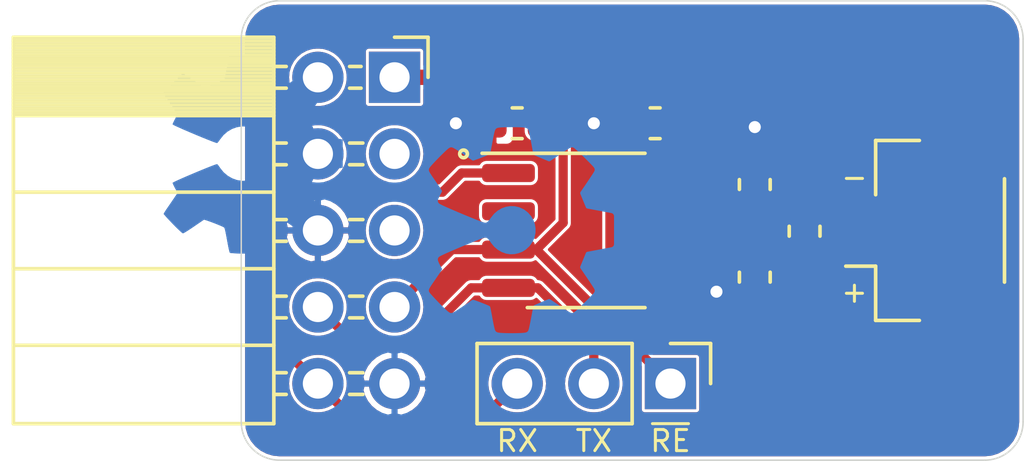
<source format=kicad_pcb>
(kicad_pcb (version 20171130) (host pcbnew "(5.1.4)-1")

  (general
    (thickness 1.6)
    (drawings 15)
    (tracks 63)
    (zones 0)
    (modules 10)
    (nets 12)
  )

  (page A4)
  (layers
    (0 F.Cu signal)
    (31 B.Cu signal)
    (32 B.Adhes user)
    (33 F.Adhes user)
    (34 B.Paste user)
    (35 F.Paste user)
    (36 B.SilkS user)
    (37 F.SilkS user)
    (38 B.Mask user)
    (39 F.Mask user)
    (40 Dwgs.User user hide)
    (41 Cmts.User user hide)
    (42 Eco1.User user hide)
    (43 Eco2.User user hide)
    (44 Edge.Cuts user)
    (45 Margin user hide)
    (46 B.CrtYd user)
    (47 F.CrtYd user)
    (48 B.Fab user hide)
    (49 F.Fab user hide)
  )

  (setup
    (last_trace_width 0.25)
    (user_trace_width 0.1016)
    (user_trace_width 0.1524)
    (user_trace_width 0.3048)
    (user_trace_width 0.508)
    (trace_clearance 0.0889)
    (zone_clearance 0.1016)
    (zone_45_only yes)
    (trace_min 0.0889)
    (via_size 0.8)
    (via_drill 0.4)
    (via_min_size 0.45)
    (via_min_drill 0.2)
    (user_via 0.4572 0.2286)
    (uvia_size 0.3)
    (uvia_drill 0.1)
    (uvias_allowed no)
    (uvia_min_size 0.2)
    (uvia_min_drill 0.1)
    (edge_width 0.05)
    (segment_width 0.2)
    (pcb_text_width 0.3)
    (pcb_text_size 1.5 1.5)
    (mod_edge_width 0.12)
    (mod_text_size 1 1)
    (mod_text_width 0.15)
    (pad_size 3.45 3.45)
    (pad_drill 0)
    (pad_to_mask_clearance 0.051)
    (solder_mask_min_width 0.25)
    (aux_axis_origin 0 0)
    (visible_elements 7FFFFFFF)
    (pcbplotparams
      (layerselection 0x010fc_ffffffff)
      (usegerberextensions false)
      (usegerberattributes false)
      (usegerberadvancedattributes true)
      (creategerberjobfile false)
      (excludeedgelayer false)
      (linewidth 0.150000)
      (plotframeref false)
      (viasonmask false)
      (mode 1)
      (useauxorigin true)
      (hpglpennumber 1)
      (hpglpenspeed 20)
      (hpglpendiameter 15.000000)
      (psnegative false)
      (psa4output false)
      (plotreference true)
      (plotvalue false)
      (plotinvisibletext false)
      (padsonsilk false)
      (subtractmaskfromsilk true)
      (outputformat 1)
      (mirror false)
      (drillshape 0)
      (scaleselection 1)
      (outputdirectory "gerbers/"))
  )

  (net 0 "")
  (net 1 GND)
  (net 2 +3V3)
  (net 3 "Net-(J1-Pad5)")
  (net 4 "Net-(J1-Pad4)")
  (net 5 "Net-(J1-Pad3)")
  (net 6 "Net-(J1-Pad2)")
  (net 7 /DS+)
  (net 8 /DS-)
  (net 9 /~RE)
  (net 10 /TxD)
  (net 11 /RxD)

  (net_class Default "This is the default net class."
    (clearance 0.0889)
    (trace_width 0.25)
    (via_dia 0.8)
    (via_drill 0.4)
    (uvia_dia 0.3)
    (uvia_drill 0.1)
    (add_net +3V3)
    (add_net /DS+)
    (add_net /DS-)
    (add_net /RxD)
    (add_net /TxD)
    (add_net /~RE)
    (add_net GND)
    (add_net "Net-(J1-Pad2)")
    (add_net "Net-(J1-Pad3)")
    (add_net "Net-(J1-Pad4)")
    (add_net "Net-(J1-Pad5)")
  )

  (module Symbol:OSHW-Symbol_6.7x6mm_Copper (layer B.Cu) (tedit 0) (tstamp 5ED11529)
    (at 25.781 22.86 90)
    (descr "Open Source Hardware Symbol")
    (tags "Logo Symbol OSHW")
    (attr virtual)
    (fp_text reference REF** (at 0 0 -90) (layer B.SilkS) hide
      (effects (font (size 1 1) (thickness 0.15)) (justify mirror))
    )
    (fp_text value OSHW-Symbol_6.7x6mm_Copper (at 0.75 0 -90) (layer B.Fab) hide
      (effects (font (size 1 1) (thickness 0.15)) (justify mirror))
    )
    (fp_poly (pts (xy 0.555814 2.531069) (xy 0.639635 2.086445) (xy 0.94892 1.958947) (xy 1.258206 1.831449)
      (xy 1.629246 2.083754) (xy 1.733157 2.154004) (xy 1.827087 2.216728) (xy 1.906652 2.269062)
      (xy 1.96747 2.308143) (xy 2.005157 2.331107) (xy 2.015421 2.336058) (xy 2.03391 2.323324)
      (xy 2.07342 2.288118) (xy 2.129522 2.234938) (xy 2.197787 2.168282) (xy 2.273786 2.092646)
      (xy 2.353092 2.012528) (xy 2.431275 1.932426) (xy 2.503907 1.856836) (xy 2.566559 1.790255)
      (xy 2.614803 1.737182) (xy 2.64421 1.702113) (xy 2.651241 1.690377) (xy 2.641123 1.66874)
      (xy 2.612759 1.621338) (xy 2.569129 1.552807) (xy 2.513218 1.467785) (xy 2.448006 1.370907)
      (xy 2.410219 1.31565) (xy 2.341343 1.214752) (xy 2.28014 1.123701) (xy 2.229578 1.04703)
      (xy 2.192628 0.989272) (xy 2.172258 0.954957) (xy 2.169197 0.947746) (xy 2.176136 0.927252)
      (xy 2.195051 0.879487) (xy 2.223087 0.811168) (xy 2.257391 0.729011) (xy 2.295109 0.63973)
      (xy 2.333387 0.550042) (xy 2.36937 0.466662) (xy 2.400206 0.396306) (xy 2.423039 0.34569)
      (xy 2.435017 0.321529) (xy 2.435724 0.320578) (xy 2.454531 0.315964) (xy 2.504618 0.305672)
      (xy 2.580793 0.290713) (xy 2.677865 0.272099) (xy 2.790643 0.250841) (xy 2.856442 0.238582)
      (xy 2.97695 0.215638) (xy 3.085797 0.193805) (xy 3.177476 0.174278) (xy 3.246481 0.158252)
      (xy 3.287304 0.146921) (xy 3.295511 0.143326) (xy 3.303548 0.118994) (xy 3.310033 0.064041)
      (xy 3.31497 -0.015108) (xy 3.318364 -0.112026) (xy 3.320218 -0.220287) (xy 3.320538 -0.333465)
      (xy 3.319327 -0.445135) (xy 3.31659 -0.548868) (xy 3.312331 -0.638241) (xy 3.306555 -0.706826)
      (xy 3.299267 -0.748197) (xy 3.294895 -0.75681) (xy 3.268764 -0.767133) (xy 3.213393 -0.781892)
      (xy 3.136107 -0.799352) (xy 3.04423 -0.81778) (xy 3.012158 -0.823741) (xy 2.857524 -0.852066)
      (xy 2.735375 -0.874876) (xy 2.641673 -0.89308) (xy 2.572384 -0.907583) (xy 2.523471 -0.919292)
      (xy 2.490897 -0.929115) (xy 2.470628 -0.937956) (xy 2.458626 -0.946724) (xy 2.456947 -0.948457)
      (xy 2.440184 -0.976371) (xy 2.414614 -1.030695) (xy 2.382788 -1.104777) (xy 2.34726 -1.191965)
      (xy 2.310583 -1.285608) (xy 2.275311 -1.379052) (xy 2.243996 -1.465647) (xy 2.219193 -1.53874)
      (xy 2.203454 -1.591678) (xy 2.199332 -1.617811) (xy 2.199676 -1.618726) (xy 2.213641 -1.640086)
      (xy 2.245322 -1.687084) (xy 2.291391 -1.754827) (xy 2.348518 -1.838423) (xy 2.413373 -1.932982)
      (xy 2.431843 -1.959854) (xy 2.497699 -2.057275) (xy 2.55565 -2.146163) (xy 2.602538 -2.221412)
      (xy 2.635207 -2.27792) (xy 2.6505 -2.310581) (xy 2.651241 -2.314593) (xy 2.638392 -2.335684)
      (xy 2.602888 -2.377464) (xy 2.549293 -2.435445) (xy 2.482171 -2.505135) (xy 2.406087 -2.582045)
      (xy 2.325604 -2.661683) (xy 2.245287 -2.739561) (xy 2.169699 -2.811186) (xy 2.103405 -2.87207)
      (xy 2.050969 -2.917721) (xy 2.016955 -2.94365) (xy 2.007545 -2.947883) (xy 1.985643 -2.937912)
      (xy 1.9408 -2.91102) (xy 1.880321 -2.871736) (xy 1.833789 -2.840117) (xy 1.749475 -2.782098)
      (xy 1.649626 -2.713784) (xy 1.549473 -2.645579) (xy 1.495627 -2.609075) (xy 1.313371 -2.4858)
      (xy 1.160381 -2.56852) (xy 1.090682 -2.604759) (xy 1.031414 -2.632926) (xy 0.991311 -2.648991)
      (xy 0.981103 -2.651226) (xy 0.968829 -2.634722) (xy 0.944613 -2.588082) (xy 0.910263 -2.515609)
      (xy 0.867588 -2.421606) (xy 0.818394 -2.310374) (xy 0.76449 -2.186215) (xy 0.707684 -2.053432)
      (xy 0.649782 -1.916327) (xy 0.592593 -1.779202) (xy 0.537924 -1.646358) (xy 0.487584 -1.522098)
      (xy 0.44338 -1.410725) (xy 0.407119 -1.316539) (xy 0.380609 -1.243844) (xy 0.365658 -1.196941)
      (xy 0.363254 -1.180833) (xy 0.382311 -1.160286) (xy 0.424036 -1.126933) (xy 0.479706 -1.087702)
      (xy 0.484378 -1.084599) (xy 0.628264 -0.969423) (xy 0.744283 -0.835053) (xy 0.83143 -0.685784)
      (xy 0.888699 -0.525913) (xy 0.915086 -0.359737) (xy 0.909585 -0.191552) (xy 0.87119 -0.025655)
      (xy 0.798895 0.133658) (xy 0.777626 0.168513) (xy 0.666996 0.309263) (xy 0.536302 0.422286)
      (xy 0.390064 0.506997) (xy 0.232808 0.562806) (xy 0.069057 0.589126) (xy -0.096667 0.58537)
      (xy -0.259838 0.55095) (xy -0.415935 0.485277) (xy -0.560433 0.387765) (xy -0.605131 0.348187)
      (xy -0.718888 0.224297) (xy -0.801782 0.093876) (xy -0.858644 -0.052315) (xy -0.890313 -0.197088)
      (xy -0.898131 -0.35986) (xy -0.872062 -0.52344) (xy -0.814755 -0.682298) (xy -0.728856 -0.830906)
      (xy -0.617014 -0.963735) (xy -0.481877 -1.075256) (xy -0.464117 -1.087011) (xy -0.40785 -1.125508)
      (xy -0.365077 -1.158863) (xy -0.344628 -1.18016) (xy -0.344331 -1.180833) (xy -0.348721 -1.203871)
      (xy -0.366124 -1.256157) (xy -0.394732 -1.33339) (xy -0.432735 -1.431268) (xy -0.478326 -1.545491)
      (xy -0.529697 -1.671758) (xy -0.585038 -1.805767) (xy -0.642542 -1.943218) (xy -0.700399 -2.079808)
      (xy -0.756802 -2.211237) (xy -0.809942 -2.333205) (xy -0.85801 -2.441409) (xy -0.899199 -2.531549)
      (xy -0.931699 -2.599323) (xy -0.953703 -2.64043) (xy -0.962564 -2.651226) (xy -0.98964 -2.642819)
      (xy -1.040303 -2.620272) (xy -1.105817 -2.587613) (xy -1.141841 -2.56852) (xy -1.294832 -2.4858)
      (xy -1.477088 -2.609075) (xy -1.570125 -2.672228) (xy -1.671985 -2.741727) (xy -1.767438 -2.807165)
      (xy -1.81525 -2.840117) (xy -1.882495 -2.885273) (xy -1.939436 -2.921057) (xy -1.978646 -2.942938)
      (xy -1.991381 -2.947563) (xy -2.009917 -2.935085) (xy -2.050941 -2.900252) (xy -2.110475 -2.846678)
      (xy -2.184542 -2.777983) (xy -2.269165 -2.697781) (xy -2.322685 -2.646286) (xy -2.416319 -2.554286)
      (xy -2.497241 -2.471999) (xy -2.562177 -2.402945) (xy -2.607858 -2.350644) (xy -2.631011 -2.318616)
      (xy -2.633232 -2.312116) (xy -2.622924 -2.287394) (xy -2.594439 -2.237405) (xy -2.550937 -2.167212)
      (xy -2.495577 -2.081875) (xy -2.43152 -1.986456) (xy -2.413303 -1.959854) (xy -2.346927 -1.863167)
      (xy -2.287378 -1.776117) (xy -2.237984 -1.703595) (xy -2.202075 -1.650493) (xy -2.182981 -1.621703)
      (xy -2.181136 -1.618726) (xy -2.183895 -1.595782) (xy -2.198538 -1.545336) (xy -2.222513 -1.474041)
      (xy -2.253266 -1.388547) (xy -2.288244 -1.295507) (xy -2.324893 -1.201574) (xy -2.360661 -1.113399)
      (xy -2.392994 -1.037634) (xy -2.419338 -0.980931) (xy -2.437142 -0.949943) (xy -2.438407 -0.948457)
      (xy -2.449294 -0.939601) (xy -2.467682 -0.930843) (xy -2.497606 -0.921277) (xy -2.543103 -0.909996)
      (xy -2.608209 -0.896093) (xy -2.696961 -0.878663) (xy -2.813393 -0.856798) (xy -2.961542 -0.829591)
      (xy -2.993618 -0.823741) (xy -3.088686 -0.805374) (xy -3.171565 -0.787405) (xy -3.23493 -0.771569)
      (xy -3.271458 -0.7596) (xy -3.276356 -0.75681) (xy -3.284427 -0.732072) (xy -3.290987 -0.67679)
      (xy -3.296033 -0.597389) (xy -3.299559 -0.500296) (xy -3.301561 -0.391938) (xy -3.302036 -0.27874)
      (xy -3.300977 -0.167128) (xy -3.298382 -0.063529) (xy -3.294246 0.025632) (xy -3.288563 0.093928)
      (xy -3.281331 0.134934) (xy -3.276971 0.143326) (xy -3.252698 0.151792) (xy -3.197426 0.165565)
      (xy -3.116662 0.18345) (xy -3.015912 0.204252) (xy -2.900683 0.226777) (xy -2.837902 0.238582)
      (xy -2.718787 0.260849) (xy -2.612565 0.281021) (xy -2.524427 0.298085) (xy -2.459566 0.311031)
      (xy -2.423174 0.318845) (xy -2.417184 0.320578) (xy -2.407061 0.34011) (xy -2.385662 0.387157)
      (xy -2.355839 0.454997) (xy -2.320445 0.536909) (xy -2.282332 0.626172) (xy -2.244353 0.716065)
      (xy -2.20936 0.799865) (xy -2.180206 0.870853) (xy -2.159743 0.922306) (xy -2.150823 0.947503)
      (xy -2.150657 0.948604) (xy -2.160769 0.968481) (xy -2.189117 1.014223) (xy -2.232723 1.081283)
      (xy -2.288606 1.165116) (xy -2.353787 1.261174) (xy -2.391679 1.31635) (xy -2.460725 1.417519)
      (xy -2.52205 1.50937) (xy -2.572663 1.587256) (xy -2.609571 1.646531) (xy -2.629782 1.682549)
      (xy -2.632701 1.690623) (xy -2.620153 1.709416) (xy -2.585463 1.749543) (xy -2.533063 1.806507)
      (xy -2.467384 1.875815) (xy -2.392856 1.952969) (xy -2.313913 2.033475) (xy -2.234983 2.112837)
      (xy -2.1605 2.18656) (xy -2.094894 2.250148) (xy -2.042596 2.299106) (xy -2.008039 2.328939)
      (xy -1.996478 2.336058) (xy -1.977654 2.326047) (xy -1.932631 2.297922) (xy -1.865787 2.254546)
      (xy -1.781499 2.198782) (xy -1.684144 2.133494) (xy -1.610707 2.083754) (xy -1.239667 1.831449)
      (xy -0.621095 2.086445) (xy -0.537275 2.531069) (xy -0.453454 2.975693) (xy 0.471994 2.975693)
      (xy 0.555814 2.531069)) (layer B.Cu) (width 0.01))
  )

  (module Connector_JST:JST_GH_SM02B-GHS-TB_1x02-1MP_P1.25mm_Horizontal (layer F.Cu) (tedit 5B78AD87) (tstamp 5ED0ECAB)
    (at 48.133 25.4 90)
    (descr "JST GH series connector, SM02B-GHS-TB (http://www.jst-mfg.com/product/pdf/eng/eGH.pdf), generated with kicad-footprint-generator")
    (tags "connector JST GH top entry")
    (path /5ED15D3B)
    (attr smd)
    (fp_text reference J3 (at 0 0.762 180) (layer F.SilkS) hide
      (effects (font (size 1 1) (thickness 0.15)))
    )
    (fp_text value JST-GH (at 0 3.9 90) (layer F.Fab)
      (effects (font (size 1 1) (thickness 0.15)))
    )
    (fp_text user %R (at 0 0 90) (layer F.Fab)
      (effects (font (size 1 1) (thickness 0.15)))
    )
    (fp_line (start -0.625 -0.892893) (end -0.125 -1.6) (layer F.Fab) (width 0.1))
    (fp_line (start -1.125 -1.6) (end -0.625 -0.892893) (layer F.Fab) (width 0.1))
    (fp_line (start 3.48 -3.2) (end -3.48 -3.2) (layer F.CrtYd) (width 0.05))
    (fp_line (start 3.48 3.2) (end 3.48 -3.2) (layer F.CrtYd) (width 0.05))
    (fp_line (start -3.48 3.2) (end 3.48 3.2) (layer F.CrtYd) (width 0.05))
    (fp_line (start -3.48 -3.2) (end -3.48 3.2) (layer F.CrtYd) (width 0.05))
    (fp_line (start 2.875 -1.6) (end 2.875 2.45) (layer F.Fab) (width 0.1))
    (fp_line (start -2.875 -1.6) (end -2.875 2.45) (layer F.Fab) (width 0.1))
    (fp_line (start -2.875 2.45) (end 2.875 2.45) (layer F.Fab) (width 0.1))
    (fp_line (start -1.715 2.56) (end 1.715 2.56) (layer F.SilkS) (width 0.12))
    (fp_line (start 2.985 -1.71) (end 1.185 -1.71) (layer F.SilkS) (width 0.12))
    (fp_line (start 2.985 -0.26) (end 2.985 -1.71) (layer F.SilkS) (width 0.12))
    (fp_line (start -1.185 -1.71) (end -1.185 -2.7) (layer F.SilkS) (width 0.12))
    (fp_line (start -2.985 -1.71) (end -1.185 -1.71) (layer F.SilkS) (width 0.12))
    (fp_line (start -2.985 -0.26) (end -2.985 -1.71) (layer F.SilkS) (width 0.12))
    (fp_line (start -2.875 -1.6) (end 2.875 -1.6) (layer F.Fab) (width 0.1))
    (pad MP smd roundrect (at 2.475 1.35 90) (size 1 2.7) (layers F.Cu F.Paste F.Mask) (roundrect_rratio 0.25))
    (pad MP smd roundrect (at -2.475 1.35 90) (size 1 2.7) (layers F.Cu F.Paste F.Mask) (roundrect_rratio 0.25))
    (pad 2 smd roundrect (at 0.625 -1.85 90) (size 0.6 1.7) (layers F.Cu F.Paste F.Mask) (roundrect_rratio 0.25)
      (net 8 /DS-))
    (pad 1 smd roundrect (at -0.625 -1.85 90) (size 0.6 1.7) (layers F.Cu F.Paste F.Mask) (roundrect_rratio 0.25)
      (net 7 /DS+))
    (model ${KISYS3DMOD}/Connector_JST.3dshapes/JST_GH_SM02B-GHS-TB_1x02-1MP_P1.25mm_Horizontal.wrl
      (at (xyz 0 0 0))
      (scale (xyz 1 1 1))
      (rotate (xyz 0 0 0))
    )
  )

  (module Capacitor_SMD:C_0603_1608Metric (layer F.Cu) (tedit 5B301BBE) (tstamp 5E37C1F9)
    (at 39.116 21.844 180)
    (descr "Capacitor SMD 0603 (1608 Metric), square (rectangular) end terminal, IPC_7351 nominal, (Body size source: http://www.tortai-tech.com/upload/download/2011102023233369053.pdf), generated with kicad-footprint-generator")
    (tags capacitor)
    (path /5E38C862)
    (attr smd)
    (fp_text reference C1 (at 0 0) (layer F.SilkS) hide
      (effects (font (size 1 1) (thickness 0.15)))
    )
    (fp_text value 0.1u (at 0 1.43) (layer F.Fab)
      (effects (font (size 1 1) (thickness 0.15)))
    )
    (fp_text user %R (at 0 0) (layer F.Fab)
      (effects (font (size 0.4 0.4) (thickness 0.06)))
    )
    (fp_line (start 1.48 0.73) (end -1.48 0.73) (layer F.CrtYd) (width 0.05))
    (fp_line (start 1.48 -0.73) (end 1.48 0.73) (layer F.CrtYd) (width 0.05))
    (fp_line (start -1.48 -0.73) (end 1.48 -0.73) (layer F.CrtYd) (width 0.05))
    (fp_line (start -1.48 0.73) (end -1.48 -0.73) (layer F.CrtYd) (width 0.05))
    (fp_line (start -0.162779 0.51) (end 0.162779 0.51) (layer F.SilkS) (width 0.12))
    (fp_line (start -0.162779 -0.51) (end 0.162779 -0.51) (layer F.SilkS) (width 0.12))
    (fp_line (start 0.8 0.4) (end -0.8 0.4) (layer F.Fab) (width 0.1))
    (fp_line (start 0.8 -0.4) (end 0.8 0.4) (layer F.Fab) (width 0.1))
    (fp_line (start -0.8 -0.4) (end 0.8 -0.4) (layer F.Fab) (width 0.1))
    (fp_line (start -0.8 0.4) (end -0.8 -0.4) (layer F.Fab) (width 0.1))
    (pad 2 smd roundrect (at 0.7875 0 180) (size 0.875 0.95) (layers F.Cu F.Paste F.Mask) (roundrect_rratio 0.25)
      (net 1 GND))
    (pad 1 smd roundrect (at -0.7875 0 180) (size 0.875 0.95) (layers F.Cu F.Paste F.Mask) (roundrect_rratio 0.25)
      (net 2 +3V3))
    (model ${KISYS3DMOD}/Capacitor_SMD.3dshapes/C_0603_1608Metric.wrl
      (at (xyz 0 0 0))
      (scale (xyz 1 1 1))
      (rotate (xyz 0 0 0))
    )
  )

  (module Resistor_SMD:R_0603_1608Metric (layer F.Cu) (tedit 5B301BBD) (tstamp 5E37CB50)
    (at 42.418 23.876 90)
    (descr "Resistor SMD 0603 (1608 Metric), square (rectangular) end terminal, IPC_7351 nominal, (Body size source: http://www.tortai-tech.com/upload/download/2011102023233369053.pdf), generated with kicad-footprint-generator")
    (tags resistor)
    (path /5E37E16C)
    (attr smd)
    (fp_text reference R5 (at 0 0 90) (layer F.SilkS) hide
      (effects (font (size 1 1) (thickness 0.15)))
    )
    (fp_text value Rb (at 0 1.43 90) (layer F.Fab)
      (effects (font (size 1 1) (thickness 0.15)))
    )
    (fp_text user %R (at 0 0 90) (layer F.Fab)
      (effects (font (size 0.4 0.4) (thickness 0.06)))
    )
    (fp_line (start 1.48 0.73) (end -1.48 0.73) (layer F.CrtYd) (width 0.05))
    (fp_line (start 1.48 -0.73) (end 1.48 0.73) (layer F.CrtYd) (width 0.05))
    (fp_line (start -1.48 -0.73) (end 1.48 -0.73) (layer F.CrtYd) (width 0.05))
    (fp_line (start -1.48 0.73) (end -1.48 -0.73) (layer F.CrtYd) (width 0.05))
    (fp_line (start -0.162779 0.51) (end 0.162779 0.51) (layer F.SilkS) (width 0.12))
    (fp_line (start -0.162779 -0.51) (end 0.162779 -0.51) (layer F.SilkS) (width 0.12))
    (fp_line (start 0.8 0.4) (end -0.8 0.4) (layer F.Fab) (width 0.1))
    (fp_line (start 0.8 -0.4) (end 0.8 0.4) (layer F.Fab) (width 0.1))
    (fp_line (start -0.8 -0.4) (end 0.8 -0.4) (layer F.Fab) (width 0.1))
    (fp_line (start -0.8 0.4) (end -0.8 -0.4) (layer F.Fab) (width 0.1))
    (pad 2 smd roundrect (at 0.7875 0 90) (size 0.875 0.95) (layers F.Cu F.Paste F.Mask) (roundrect_rratio 0.25)
      (net 1 GND))
    (pad 1 smd roundrect (at -0.7875 0 90) (size 0.875 0.95) (layers F.Cu F.Paste F.Mask) (roundrect_rratio 0.25)
      (net 8 /DS-))
    (model ${KISYS3DMOD}/Resistor_SMD.3dshapes/R_0603_1608Metric.wrl
      (at (xyz 0 0 0))
      (scale (xyz 1 1 1))
      (rotate (xyz 0 0 0))
    )
  )

  (module Resistor_SMD:R_0603_1608Metric (layer F.Cu) (tedit 5B301BBD) (tstamp 5E37CB80)
    (at 44.069 25.425501 90)
    (descr "Resistor SMD 0603 (1608 Metric), square (rectangular) end terminal, IPC_7351 nominal, (Body size source: http://www.tortai-tech.com/upload/download/2011102023233369053.pdf), generated with kicad-footprint-generator")
    (tags resistor)
    (path /5E37DAB8)
    (attr smd)
    (fp_text reference R4 (at 0 0 90) (layer F.SilkS) hide
      (effects (font (size 1 1) (thickness 0.15)))
    )
    (fp_text value Rt (at 0 1.43 90) (layer F.Fab)
      (effects (font (size 1 1) (thickness 0.15)))
    )
    (fp_text user %R (at 0 0 90) (layer F.Fab)
      (effects (font (size 0.4 0.4) (thickness 0.06)))
    )
    (fp_line (start 1.48 0.73) (end -1.48 0.73) (layer F.CrtYd) (width 0.05))
    (fp_line (start 1.48 -0.73) (end 1.48 0.73) (layer F.CrtYd) (width 0.05))
    (fp_line (start -1.48 -0.73) (end 1.48 -0.73) (layer F.CrtYd) (width 0.05))
    (fp_line (start -1.48 0.73) (end -1.48 -0.73) (layer F.CrtYd) (width 0.05))
    (fp_line (start -0.162779 0.51) (end 0.162779 0.51) (layer F.SilkS) (width 0.12))
    (fp_line (start -0.162779 -0.51) (end 0.162779 -0.51) (layer F.SilkS) (width 0.12))
    (fp_line (start 0.8 0.4) (end -0.8 0.4) (layer F.Fab) (width 0.1))
    (fp_line (start 0.8 -0.4) (end 0.8 0.4) (layer F.Fab) (width 0.1))
    (fp_line (start -0.8 -0.4) (end 0.8 -0.4) (layer F.Fab) (width 0.1))
    (fp_line (start -0.8 0.4) (end -0.8 -0.4) (layer F.Fab) (width 0.1))
    (pad 2 smd roundrect (at 0.7875 0 90) (size 0.875 0.95) (layers F.Cu F.Paste F.Mask) (roundrect_rratio 0.25)
      (net 8 /DS-))
    (pad 1 smd roundrect (at -0.7875 0 90) (size 0.875 0.95) (layers F.Cu F.Paste F.Mask) (roundrect_rratio 0.25)
      (net 7 /DS+))
    (model ${KISYS3DMOD}/Resistor_SMD.3dshapes/R_0603_1608Metric.wrl
      (at (xyz 0 0 0))
      (scale (xyz 1 1 1))
      (rotate (xyz 0 0 0))
    )
  )

  (module Resistor_SMD:R_0603_1608Metric (layer F.Cu) (tedit 5B301BBD) (tstamp 5E37C260)
    (at 34.544 21.844 180)
    (descr "Resistor SMD 0603 (1608 Metric), square (rectangular) end terminal, IPC_7351 nominal, (Body size source: http://www.tortai-tech.com/upload/download/2011102023233369053.pdf), generated with kicad-footprint-generator")
    (tags resistor)
    (path /5E394C70)
    (attr smd)
    (fp_text reference R3 (at 0 0) (layer F.SilkS) hide
      (effects (font (size 1 1) (thickness 0.15)))
    )
    (fp_text value 10k (at 0 1.43) (layer F.Fab)
      (effects (font (size 1 1) (thickness 0.15)))
    )
    (fp_text user %R (at 0 0) (layer F.Fab)
      (effects (font (size 0.4 0.4) (thickness 0.06)))
    )
    (fp_line (start 1.48 0.73) (end -1.48 0.73) (layer F.CrtYd) (width 0.05))
    (fp_line (start 1.48 -0.73) (end 1.48 0.73) (layer F.CrtYd) (width 0.05))
    (fp_line (start -1.48 -0.73) (end 1.48 -0.73) (layer F.CrtYd) (width 0.05))
    (fp_line (start -1.48 0.73) (end -1.48 -0.73) (layer F.CrtYd) (width 0.05))
    (fp_line (start -0.162779 0.51) (end 0.162779 0.51) (layer F.SilkS) (width 0.12))
    (fp_line (start -0.162779 -0.51) (end 0.162779 -0.51) (layer F.SilkS) (width 0.12))
    (fp_line (start 0.8 0.4) (end -0.8 0.4) (layer F.Fab) (width 0.1))
    (fp_line (start 0.8 -0.4) (end 0.8 0.4) (layer F.Fab) (width 0.1))
    (fp_line (start -0.8 -0.4) (end 0.8 -0.4) (layer F.Fab) (width 0.1))
    (fp_line (start -0.8 0.4) (end -0.8 -0.4) (layer F.Fab) (width 0.1))
    (pad 2 smd roundrect (at 0.7875 0 180) (size 0.875 0.95) (layers F.Cu F.Paste F.Mask) (roundrect_rratio 0.25)
      (net 1 GND))
    (pad 1 smd roundrect (at -0.7875 0 180) (size 0.875 0.95) (layers F.Cu F.Paste F.Mask) (roundrect_rratio 0.25)
      (net 9 /~RE))
    (model ${KISYS3DMOD}/Resistor_SMD.3dshapes/R_0603_1608Metric.wrl
      (at (xyz 0 0 0))
      (scale (xyz 1 1 1))
      (rotate (xyz 0 0 0))
    )
  )

  (module Resistor_SMD:R_0603_1608Metric (layer F.Cu) (tedit 5B301BBD) (tstamp 5E37C7A4)
    (at 42.418 26.949501 90)
    (descr "Resistor SMD 0603 (1608 Metric), square (rectangular) end terminal, IPC_7351 nominal, (Body size source: http://www.tortai-tech.com/upload/download/2011102023233369053.pdf), generated with kicad-footprint-generator")
    (tags resistor)
    (path /5E37DD28)
    (attr smd)
    (fp_text reference R2 (at 0 0 90) (layer F.SilkS) hide
      (effects (font (size 1 1) (thickness 0.15)))
    )
    (fp_text value Rb (at 0 1.43 90) (layer F.Fab)
      (effects (font (size 1 1) (thickness 0.15)))
    )
    (fp_text user %R (at 0 0 90) (layer F.Fab)
      (effects (font (size 0.4 0.4) (thickness 0.06)))
    )
    (fp_line (start 1.48 0.73) (end -1.48 0.73) (layer F.CrtYd) (width 0.05))
    (fp_line (start 1.48 -0.73) (end 1.48 0.73) (layer F.CrtYd) (width 0.05))
    (fp_line (start -1.48 -0.73) (end 1.48 -0.73) (layer F.CrtYd) (width 0.05))
    (fp_line (start -1.48 0.73) (end -1.48 -0.73) (layer F.CrtYd) (width 0.05))
    (fp_line (start -0.162779 0.51) (end 0.162779 0.51) (layer F.SilkS) (width 0.12))
    (fp_line (start -0.162779 -0.51) (end 0.162779 -0.51) (layer F.SilkS) (width 0.12))
    (fp_line (start 0.8 0.4) (end -0.8 0.4) (layer F.Fab) (width 0.1))
    (fp_line (start 0.8 -0.4) (end 0.8 0.4) (layer F.Fab) (width 0.1))
    (fp_line (start -0.8 -0.4) (end 0.8 -0.4) (layer F.Fab) (width 0.1))
    (fp_line (start -0.8 0.4) (end -0.8 -0.4) (layer F.Fab) (width 0.1))
    (pad 2 smd roundrect (at 0.7875 0 90) (size 0.875 0.95) (layers F.Cu F.Paste F.Mask) (roundrect_rratio 0.25)
      (net 7 /DS+))
    (pad 1 smd roundrect (at -0.7875 0 90) (size 0.875 0.95) (layers F.Cu F.Paste F.Mask) (roundrect_rratio 0.25)
      (net 2 +3V3))
    (model ${KISYS3DMOD}/Resistor_SMD.3dshapes/R_0603_1608Metric.wrl
      (at (xyz 0 0 0))
      (scale (xyz 1 1 1))
      (rotate (xyz 0 0 0))
    )
  )

  (module Connector_PinHeader_2.54mm:PinHeader_1x03_P2.54mm_Vertical (layer F.Cu) (tedit 59FED5CC) (tstamp 5ED0E9DC)
    (at 39.624 30.48 270)
    (descr "Through hole straight pin header, 1x03, 2.54mm pitch, single row")
    (tags "Through hole pin header THT 1x03 2.54mm single row")
    (path /5ED1093F)
    (fp_text reference J2 (at 0 0 180) (layer F.SilkS) hide
      (effects (font (size 1 1) (thickness 0.15)))
    )
    (fp_text value Conn_01x03 (at 0 7.41 90) (layer F.Fab)
      (effects (font (size 1 1) (thickness 0.15)))
    )
    (fp_text user %R (at 0 2.54) (layer F.Fab)
      (effects (font (size 1 1) (thickness 0.15)))
    )
    (fp_line (start 1.8 -1.8) (end -1.8 -1.8) (layer F.CrtYd) (width 0.05))
    (fp_line (start 1.8 6.85) (end 1.8 -1.8) (layer F.CrtYd) (width 0.05))
    (fp_line (start -1.8 6.85) (end 1.8 6.85) (layer F.CrtYd) (width 0.05))
    (fp_line (start -1.8 -1.8) (end -1.8 6.85) (layer F.CrtYd) (width 0.05))
    (fp_line (start -1.33 -1.33) (end 0 -1.33) (layer F.SilkS) (width 0.12))
    (fp_line (start -1.33 0) (end -1.33 -1.33) (layer F.SilkS) (width 0.12))
    (fp_line (start -1.33 1.27) (end 1.33 1.27) (layer F.SilkS) (width 0.12))
    (fp_line (start 1.33 1.27) (end 1.33 6.41) (layer F.SilkS) (width 0.12))
    (fp_line (start -1.33 1.27) (end -1.33 6.41) (layer F.SilkS) (width 0.12))
    (fp_line (start -1.33 6.41) (end 1.33 6.41) (layer F.SilkS) (width 0.12))
    (fp_line (start -1.27 -0.635) (end -0.635 -1.27) (layer F.Fab) (width 0.1))
    (fp_line (start -1.27 6.35) (end -1.27 -0.635) (layer F.Fab) (width 0.1))
    (fp_line (start 1.27 6.35) (end -1.27 6.35) (layer F.Fab) (width 0.1))
    (fp_line (start 1.27 -1.27) (end 1.27 6.35) (layer F.Fab) (width 0.1))
    (fp_line (start -0.635 -1.27) (end 1.27 -1.27) (layer F.Fab) (width 0.1))
    (pad 3 thru_hole oval (at 0 5.08 270) (size 1.7 1.7) (drill 1) (layers *.Cu *.Mask)
      (net 11 /RxD))
    (pad 2 thru_hole oval (at 0 2.54 270) (size 1.7 1.7) (drill 1) (layers *.Cu *.Mask)
      (net 10 /TxD))
    (pad 1 thru_hole rect (at 0 0 270) (size 1.7 1.7) (drill 1) (layers *.Cu *.Mask)
      (net 9 /~RE))
    (model ${KISYS3DMOD}/Connector_PinHeader_2.54mm.3dshapes/PinHeader_1x03_P2.54mm_Vertical.wrl
      (at (xyz 0 0 0))
      (scale (xyz 1 1 1))
      (rotate (xyz 0 0 0))
    )
  )

  (module Connector_PinSocket_2.54mm:PinSocket_2x05_P2.54mm_Horizontal (layer F.Cu) (tedit 5A19A422) (tstamp 5E381DF4)
    (at 30.48 20.32)
    (descr "Through hole angled socket strip, 2x05, 2.54mm pitch, 8.51mm socket length, double cols (from Kicad 4.0.7), script generated")
    (tags "Through hole angled socket strip THT 2x05 2.54mm double row")
    (path /5E385594)
    (fp_text reference J1 (at 0 0) (layer F.SilkS) hide
      (effects (font (size 1 1) (thickness 0.15)))
    )
    (fp_text value RPi (at -5.65 12.93) (layer F.Fab)
      (effects (font (size 1 1) (thickness 0.15)))
    )
    (fp_text user %R (at -8.315 5.08 90) (layer F.Fab)
      (effects (font (size 1 1) (thickness 0.15)))
    )
    (fp_line (start 1.8 11.95) (end 1.8 -1.75) (layer F.CrtYd) (width 0.05))
    (fp_line (start -13.05 11.95) (end 1.8 11.95) (layer F.CrtYd) (width 0.05))
    (fp_line (start -13.05 -1.75) (end -13.05 11.95) (layer F.CrtYd) (width 0.05))
    (fp_line (start 1.8 -1.75) (end -13.05 -1.75) (layer F.CrtYd) (width 0.05))
    (fp_line (start 0 -1.33) (end 1.11 -1.33) (layer F.SilkS) (width 0.12))
    (fp_line (start 1.11 -1.33) (end 1.11 0) (layer F.SilkS) (width 0.12))
    (fp_line (start -12.63 -1.33) (end -12.63 11.49) (layer F.SilkS) (width 0.12))
    (fp_line (start -12.63 11.49) (end -4 11.49) (layer F.SilkS) (width 0.12))
    (fp_line (start -4 -1.33) (end -4 11.49) (layer F.SilkS) (width 0.12))
    (fp_line (start -12.63 -1.33) (end -4 -1.33) (layer F.SilkS) (width 0.12))
    (fp_line (start -12.63 8.89) (end -4 8.89) (layer F.SilkS) (width 0.12))
    (fp_line (start -12.63 6.35) (end -4 6.35) (layer F.SilkS) (width 0.12))
    (fp_line (start -12.63 3.81) (end -4 3.81) (layer F.SilkS) (width 0.12))
    (fp_line (start -12.63 1.27) (end -4 1.27) (layer F.SilkS) (width 0.12))
    (fp_line (start -1.49 10.52) (end -1.05 10.52) (layer F.SilkS) (width 0.12))
    (fp_line (start -4 10.52) (end -3.59 10.52) (layer F.SilkS) (width 0.12))
    (fp_line (start -1.49 9.8) (end -1.05 9.8) (layer F.SilkS) (width 0.12))
    (fp_line (start -4 9.8) (end -3.59 9.8) (layer F.SilkS) (width 0.12))
    (fp_line (start -1.49 7.98) (end -1.05 7.98) (layer F.SilkS) (width 0.12))
    (fp_line (start -4 7.98) (end -3.59 7.98) (layer F.SilkS) (width 0.12))
    (fp_line (start -1.49 7.26) (end -1.05 7.26) (layer F.SilkS) (width 0.12))
    (fp_line (start -4 7.26) (end -3.59 7.26) (layer F.SilkS) (width 0.12))
    (fp_line (start -1.49 5.44) (end -1.05 5.44) (layer F.SilkS) (width 0.12))
    (fp_line (start -4 5.44) (end -3.59 5.44) (layer F.SilkS) (width 0.12))
    (fp_line (start -1.49 4.72) (end -1.05 4.72) (layer F.SilkS) (width 0.12))
    (fp_line (start -4 4.72) (end -3.59 4.72) (layer F.SilkS) (width 0.12))
    (fp_line (start -1.49 2.9) (end -1.05 2.9) (layer F.SilkS) (width 0.12))
    (fp_line (start -4 2.9) (end -3.59 2.9) (layer F.SilkS) (width 0.12))
    (fp_line (start -1.49 2.18) (end -1.05 2.18) (layer F.SilkS) (width 0.12))
    (fp_line (start -4 2.18) (end -3.59 2.18) (layer F.SilkS) (width 0.12))
    (fp_line (start -1.49 0.36) (end -1.11 0.36) (layer F.SilkS) (width 0.12))
    (fp_line (start -4 0.36) (end -3.59 0.36) (layer F.SilkS) (width 0.12))
    (fp_line (start -1.49 -0.36) (end -1.11 -0.36) (layer F.SilkS) (width 0.12))
    (fp_line (start -4 -0.36) (end -3.59 -0.36) (layer F.SilkS) (width 0.12))
    (fp_line (start -12.63 1.1519) (end -4 1.1519) (layer F.SilkS) (width 0.12))
    (fp_line (start -12.63 1.033805) (end -4 1.033805) (layer F.SilkS) (width 0.12))
    (fp_line (start -12.63 0.91571) (end -4 0.91571) (layer F.SilkS) (width 0.12))
    (fp_line (start -12.63 0.797615) (end -4 0.797615) (layer F.SilkS) (width 0.12))
    (fp_line (start -12.63 0.67952) (end -4 0.67952) (layer F.SilkS) (width 0.12))
    (fp_line (start -12.63 0.561425) (end -4 0.561425) (layer F.SilkS) (width 0.12))
    (fp_line (start -12.63 0.44333) (end -4 0.44333) (layer F.SilkS) (width 0.12))
    (fp_line (start -12.63 0.325235) (end -4 0.325235) (layer F.SilkS) (width 0.12))
    (fp_line (start -12.63 0.20714) (end -4 0.20714) (layer F.SilkS) (width 0.12))
    (fp_line (start -12.63 0.089045) (end -4 0.089045) (layer F.SilkS) (width 0.12))
    (fp_line (start -12.63 -0.02905) (end -4 -0.02905) (layer F.SilkS) (width 0.12))
    (fp_line (start -12.63 -0.147145) (end -4 -0.147145) (layer F.SilkS) (width 0.12))
    (fp_line (start -12.63 -0.26524) (end -4 -0.26524) (layer F.SilkS) (width 0.12))
    (fp_line (start -12.63 -0.383335) (end -4 -0.383335) (layer F.SilkS) (width 0.12))
    (fp_line (start -12.63 -0.50143) (end -4 -0.50143) (layer F.SilkS) (width 0.12))
    (fp_line (start -12.63 -0.619525) (end -4 -0.619525) (layer F.SilkS) (width 0.12))
    (fp_line (start -12.63 -0.73762) (end -4 -0.73762) (layer F.SilkS) (width 0.12))
    (fp_line (start -12.63 -0.855715) (end -4 -0.855715) (layer F.SilkS) (width 0.12))
    (fp_line (start -12.63 -0.97381) (end -4 -0.97381) (layer F.SilkS) (width 0.12))
    (fp_line (start -12.63 -1.091905) (end -4 -1.091905) (layer F.SilkS) (width 0.12))
    (fp_line (start -12.63 -1.21) (end -4 -1.21) (layer F.SilkS) (width 0.12))
    (fp_line (start 0 10.46) (end 0 9.86) (layer F.Fab) (width 0.1))
    (fp_line (start -4.06 10.46) (end 0 10.46) (layer F.Fab) (width 0.1))
    (fp_line (start 0 9.86) (end -4.06 9.86) (layer F.Fab) (width 0.1))
    (fp_line (start 0 7.92) (end 0 7.32) (layer F.Fab) (width 0.1))
    (fp_line (start -4.06 7.92) (end 0 7.92) (layer F.Fab) (width 0.1))
    (fp_line (start 0 7.32) (end -4.06 7.32) (layer F.Fab) (width 0.1))
    (fp_line (start 0 5.38) (end 0 4.78) (layer F.Fab) (width 0.1))
    (fp_line (start -4.06 5.38) (end 0 5.38) (layer F.Fab) (width 0.1))
    (fp_line (start 0 4.78) (end -4.06 4.78) (layer F.Fab) (width 0.1))
    (fp_line (start 0 2.84) (end 0 2.24) (layer F.Fab) (width 0.1))
    (fp_line (start -4.06 2.84) (end 0 2.84) (layer F.Fab) (width 0.1))
    (fp_line (start 0 2.24) (end -4.06 2.24) (layer F.Fab) (width 0.1))
    (fp_line (start 0 0.3) (end 0 -0.3) (layer F.Fab) (width 0.1))
    (fp_line (start -4.06 0.3) (end 0 0.3) (layer F.Fab) (width 0.1))
    (fp_line (start 0 -0.3) (end -4.06 -0.3) (layer F.Fab) (width 0.1))
    (fp_line (start -12.57 11.43) (end -12.57 -1.27) (layer F.Fab) (width 0.1))
    (fp_line (start -4.06 11.43) (end -12.57 11.43) (layer F.Fab) (width 0.1))
    (fp_line (start -4.06 -0.3) (end -4.06 11.43) (layer F.Fab) (width 0.1))
    (fp_line (start -5.03 -1.27) (end -4.06 -0.3) (layer F.Fab) (width 0.1))
    (fp_line (start -12.57 -1.27) (end -5.03 -1.27) (layer F.Fab) (width 0.1))
    (pad 10 thru_hole oval (at -2.54 10.16) (size 1.7 1.7) (drill 1) (layers *.Cu *.Mask)
      (net 11 /RxD))
    (pad 9 thru_hole oval (at 0 10.16) (size 1.7 1.7) (drill 1) (layers *.Cu *.Mask)
      (net 1 GND))
    (pad 8 thru_hole oval (at -2.54 7.62) (size 1.7 1.7) (drill 1) (layers *.Cu *.Mask)
      (net 10 /TxD))
    (pad 7 thru_hole oval (at 0 7.62) (size 1.7 1.7) (drill 1) (layers *.Cu *.Mask)
      (net 9 /~RE))
    (pad 6 thru_hole oval (at -2.54 5.08) (size 1.7 1.7) (drill 1) (layers *.Cu *.Mask)
      (net 1 GND))
    (pad 5 thru_hole oval (at 0 5.08) (size 1.7 1.7) (drill 1) (layers *.Cu *.Mask)
      (net 3 "Net-(J1-Pad5)"))
    (pad 4 thru_hole oval (at -2.54 2.54) (size 1.7 1.7) (drill 1) (layers *.Cu *.Mask)
      (net 4 "Net-(J1-Pad4)"))
    (pad 3 thru_hole oval (at 0 2.54) (size 1.7 1.7) (drill 1) (layers *.Cu *.Mask)
      (net 5 "Net-(J1-Pad3)"))
    (pad 2 thru_hole oval (at -2.54 0) (size 1.7 1.7) (drill 1) (layers *.Cu *.Mask)
      (net 6 "Net-(J1-Pad2)"))
    (pad 1 thru_hole rect (at 0 0) (size 1.7 1.7) (drill 1) (layers *.Cu *.Mask)
      (net 2 +3V3))
    (model ${KISYS3DMOD}/Connector_PinSocket_2.54mm.3dshapes/PinSocket_2x05_P2.54mm_Horizontal.wrl
      (at (xyz 0 0 0))
      (scale (xyz 1 1 1))
      (rotate (xyz 0 0 0))
    )
  )

  (module Package_SO:SO-8_3.9x4.9mm_P1.27mm (layer F.Cu) (tedit 5C509AD1) (tstamp 5E37C28A)
    (at 36.83 25.4)
    (descr "SO, 8 Pin (https://www.nxp.com/docs/en/data-sheet/PCF8523.pdf), generated with kicad-footprint-generator ipc_gullwing_generator.py")
    (tags "SO SO")
    (path /5E389BDD)
    (attr smd)
    (fp_text reference U1 (at 0 0.127 180) (layer F.SilkS) hide
      (effects (font (size 1 1) (thickness 0.15)))
    )
    (fp_text value ISL83485 (at 0 3.4) (layer F.Fab)
      (effects (font (size 1 1) (thickness 0.15)))
    )
    (fp_line (start 0 2.56) (end 1.95 2.56) (layer F.SilkS) (width 0.12))
    (fp_line (start 0 2.56) (end -1.95 2.56) (layer F.SilkS) (width 0.12))
    (fp_line (start 0 -2.56) (end 1.95 -2.56) (layer F.SilkS) (width 0.12))
    (fp_line (start 0 -2.56) (end -3.45 -2.56) (layer F.SilkS) (width 0.12))
    (fp_line (start -0.975 -2.45) (end 1.95 -2.45) (layer F.Fab) (width 0.1))
    (fp_line (start 1.95 -2.45) (end 1.95 2.45) (layer F.Fab) (width 0.1))
    (fp_line (start 1.95 2.45) (end -1.95 2.45) (layer F.Fab) (width 0.1))
    (fp_line (start -1.95 2.45) (end -1.95 -1.475) (layer F.Fab) (width 0.1))
    (fp_line (start -1.95 -1.475) (end -0.975 -2.45) (layer F.Fab) (width 0.1))
    (fp_line (start -3.7 -2.7) (end -3.7 2.7) (layer F.CrtYd) (width 0.05))
    (fp_line (start -3.7 2.7) (end 3.7 2.7) (layer F.CrtYd) (width 0.05))
    (fp_line (start 3.7 2.7) (end 3.7 -2.7) (layer F.CrtYd) (width 0.05))
    (fp_line (start 3.7 -2.7) (end -3.7 -2.7) (layer F.CrtYd) (width 0.05))
    (fp_text user %R (at 0 0) (layer F.Fab)
      (effects (font (size 0.98 0.98) (thickness 0.15)))
    )
    (pad 1 smd roundrect (at -2.575 -1.905) (size 1.75 0.6) (layers F.Cu F.Paste F.Mask) (roundrect_rratio 0.25)
      (net 11 /RxD))
    (pad 2 smd roundrect (at -2.575 -0.635) (size 1.75 0.6) (layers F.Cu F.Paste F.Mask) (roundrect_rratio 0.25)
      (net 9 /~RE))
    (pad 3 smd roundrect (at -2.575 0.635) (size 1.75 0.6) (layers F.Cu F.Paste F.Mask) (roundrect_rratio 0.25)
      (net 9 /~RE))
    (pad 4 smd roundrect (at -2.575 1.905) (size 1.75 0.6) (layers F.Cu F.Paste F.Mask) (roundrect_rratio 0.25)
      (net 10 /TxD))
    (pad 5 smd roundrect (at 2.575 1.905) (size 1.75 0.6) (layers F.Cu F.Paste F.Mask) (roundrect_rratio 0.25)
      (net 1 GND))
    (pad 6 smd roundrect (at 2.575 0.635) (size 1.75 0.6) (layers F.Cu F.Paste F.Mask) (roundrect_rratio 0.25)
      (net 7 /DS+))
    (pad 7 smd roundrect (at 2.575 -0.635) (size 1.75 0.6) (layers F.Cu F.Paste F.Mask) (roundrect_rratio 0.25)
      (net 8 /DS-))
    (pad 8 smd roundrect (at 2.575 -1.905) (size 1.75 0.6) (layers F.Cu F.Paste F.Mask) (roundrect_rratio 0.25)
      (net 2 +3V3))
    (model ${KISYS3DMOD}/Package_SO.3dshapes/HSOP-8-1EP_3.9x4.9mm_P1.27mm_EP2.41x3.1mm.wrl
      (at (xyz 0 0 0))
      (scale (xyz 1 1 1))
      (rotate (xyz 0 0 0))
    )
  )

  (gr_circle (center 32.766 22.86) (end 32.893 22.86) (layer F.SilkS) (width 0.12))
  (gr_text + (at 45.72 27.432) (layer F.SilkS) (tstamp 5ED118EF)
    (effects (font (size 0.7 0.7) (thickness 0.1)))
  )
  (gr_text - (at 45.72 23.622) (layer F.SilkS) (tstamp 5ED118EB)
    (effects (font (size 0.7 0.7) (thickness 0.1)))
  )
  (gr_text ~RE (at 39.624 32.385) (layer F.SilkS) (tstamp 5ED118CF)
    (effects (font (size 0.7 0.7) (thickness 0.1)))
  )
  (gr_text TX (at 37.084 32.385) (layer F.SilkS) (tstamp 5ED118CD)
    (effects (font (size 0.7 0.7) (thickness 0.1)))
  )
  (gr_text RX (at 34.544 32.385) (layer F.SilkS)
    (effects (font (size 0.7 0.7) (thickness 0.1)))
  )
  (gr_arc (start 50.038 31.75) (end 50.038 33.02) (angle -90) (layer Edge.Cuts) (width 0.05) (tstamp 5E461DF4))
  (gr_arc (start 26.67 31.75) (end 25.4 31.75) (angle -90) (layer Edge.Cuts) (width 0.05) (tstamp 5E461DF4))
  (gr_arc (start 26.67 19.05) (end 26.67 17.78) (angle -90) (layer Edge.Cuts) (width 0.05) (tstamp 5E461DF4))
  (gr_arc (start 50.038 19.05) (end 51.308 19.05) (angle -90) (layer Edge.Cuts) (width 0.05))
  (gr_text "rpi-isl83485\n2020-01\nfourside.io" (at 49.911 20.066) (layer F.Mask)
    (effects (font (size 0.7 0.7) (thickness 0.1)) (justify right))
  )
  (gr_line (start 25.4 31.75) (end 25.4 19.05) (layer Edge.Cuts) (width 0.05) (tstamp 5E381A83))
  (gr_line (start 50.038 33.02) (end 26.67 33.02) (layer Edge.Cuts) (width 0.05))
  (gr_line (start 51.308 19.05) (end 51.308 31.75) (layer Edge.Cuts) (width 0.05))
  (gr_line (start 26.67 17.78) (end 50.038 17.78) (layer Edge.Cuts) (width 0.05))

  (via (at 32.512 21.844) (size 0.8) (drill 0.4) (layers F.Cu B.Cu) (net 1))
  (segment (start 32.512 21.844) (end 33.7565 21.844) (width 0.508) (layer F.Cu) (net 1))
  (via (at 37.084 21.844) (size 0.8) (drill 0.4) (layers F.Cu B.Cu) (net 1))
  (segment (start 38.3285 21.844) (end 37.084 21.844) (width 0.508) (layer F.Cu) (net 1))
  (via (at 41.148 27.432) (size 0.8) (drill 0.4) (layers F.Cu B.Cu) (net 1))
  (segment (start 41.021 27.305) (end 41.148 27.432) (width 0.508) (layer F.Cu) (net 1))
  (segment (start 39.405 27.305) (end 41.021 27.305) (width 0.508) (layer F.Cu) (net 1))
  (via (at 42.418 21.971) (size 0.8) (drill 0.4) (layers F.Cu B.Cu) (net 1))
  (segment (start 42.418 23.0885) (end 42.418 21.971) (width 0.508) (layer F.Cu) (net 1))
  (segment (start 38.3795 20.32) (end 39.9035 21.844) (width 0.508) (layer F.Cu) (net 2))
  (segment (start 30.48 20.32) (end 38.3795 20.32) (width 0.508) (layer F.Cu) (net 2))
  (segment (start 39.405 22.3425) (end 39.9035 21.844) (width 0.508) (layer F.Cu) (net 2))
  (segment (start 39.405 23.495) (end 39.405 22.3425) (width 0.508) (layer F.Cu) (net 2))
  (segment (start 42.418 27.737001) (end 42.418 28.448) (width 0.508) (layer F.Cu) (net 2))
  (segment (start 42.418 28.448) (end 42.037 28.829) (width 0.508) (layer F.Cu) (net 2))
  (segment (start 42.037 28.829) (end 38.989 28.829) (width 0.508) (layer F.Cu) (net 2))
  (segment (start 38.989 28.829) (end 37.719 27.559) (width 0.508) (layer F.Cu) (net 2))
  (segment (start 37.719 27.559) (end 37.719 24.206) (width 0.508) (layer F.Cu) (net 2))
  (segment (start 38.43 23.495) (end 39.405 23.495) (width 0.508) (layer F.Cu) (net 2))
  (segment (start 37.719 24.206) (end 38.43 23.495) (width 0.508) (layer F.Cu) (net 2))
  (segment (start 41.148 26.035) (end 39.405 26.035) (width 0.3048) (layer F.Cu) (net 7))
  (segment (start 42.418 26.162001) (end 41.275001 26.162001) (width 0.3048) (layer F.Cu) (net 7))
  (segment (start 41.275001 26.162001) (end 41.148 26.035) (width 0.3048) (layer F.Cu) (net 7))
  (segment (start 44.755001 26.213001) (end 44.069 26.213001) (width 0.3048) (layer F.Cu) (net 7))
  (segment (start 46.283 26.025) (end 44.943002 26.025) (width 0.3048) (layer F.Cu) (net 7))
  (segment (start 44.943002 26.025) (end 44.755001 26.213001) (width 0.3048) (layer F.Cu) (net 7))
  (segment (start 43.306999 26.162001) (end 42.418 26.162001) (width 0.3048) (layer F.Cu) (net 7))
  (segment (start 44.069 26.213001) (end 43.357999 26.213001) (width 0.3048) (layer F.Cu) (net 7))
  (segment (start 43.357999 26.213001) (end 43.306999 26.162001) (width 0.3048) (layer F.Cu) (net 7))
  (segment (start 41.1225 24.6635) (end 42.418 24.6635) (width 0.3048) (layer F.Cu) (net 8))
  (segment (start 39.405 24.765) (end 41.021 24.765) (width 0.3048) (layer F.Cu) (net 8))
  (segment (start 41.021 24.765) (end 41.1225 24.6635) (width 0.3048) (layer F.Cu) (net 8))
  (segment (start 44.968 24.775) (end 46.283 24.775) (width 0.3048) (layer F.Cu) (net 8))
  (segment (start 44.069 24.638001) (end 44.831001 24.638001) (width 0.3048) (layer F.Cu) (net 8))
  (segment (start 44.831001 24.638001) (end 44.968 24.775) (width 0.3048) (layer F.Cu) (net 8))
  (segment (start 43.307001 24.638001) (end 44.069 24.638001) (width 0.3048) (layer F.Cu) (net 8))
  (segment (start 42.418 24.6635) (end 43.281502 24.6635) (width 0.3048) (layer F.Cu) (net 8))
  (segment (start 43.281502 24.6635) (end 43.307001 24.638001) (width 0.3048) (layer F.Cu) (net 8))
  (segment (start 34.255 26.035) (end 34.255 24.765) (width 0.3048) (layer F.Cu) (net 9))
  (segment (start 32.385 26.035) (end 34.255 26.035) (width 0.3048) (layer F.Cu) (net 9))
  (segment (start 30.48 27.94) (end 32.385 26.035) (width 0.3048) (layer F.Cu) (net 9))
  (segment (start 35.179 26.035) (end 39.624 30.48) (width 0.3048) (layer F.Cu) (net 9))
  (segment (start 34.255 26.035) (end 35.179 26.035) (width 0.3048) (layer F.Cu) (net 9))
  (segment (start 36.068 22.5805) (end 35.3315 21.844) (width 0.3048) (layer F.Cu) (net 9))
  (segment (start 35.179 26.035) (end 36.068 25.146) (width 0.3048) (layer F.Cu) (net 9))
  (segment (start 36.068 25.146) (end 36.068 22.5805) (width 0.3048) (layer F.Cu) (net 9))
  (segment (start 33.02 27.305) (end 34.255 27.305) (width 0.3048) (layer F.Cu) (net 10))
  (segment (start 31.115 29.21) (end 33.02 27.305) (width 0.3048) (layer F.Cu) (net 10))
  (segment (start 27.94 27.94) (end 29.21 29.21) (width 0.3048) (layer F.Cu) (net 10))
  (segment (start 29.21 29.21) (end 31.115 29.21) (width 0.3048) (layer F.Cu) (net 10))
  (segment (start 37.084 29.159) (end 37.084 30.48) (width 0.3048) (layer F.Cu) (net 10))
  (segment (start 34.255 27.305) (end 35.23 27.305) (width 0.3048) (layer F.Cu) (net 10))
  (segment (start 35.23 27.305) (end 37.084 29.159) (width 0.3048) (layer F.Cu) (net 10))
  (segment (start 32.7025 23.495) (end 34.255 23.495) (width 0.3048) (layer F.Cu) (net 11))
  (segment (start 32.0675 24.13) (end 32.7025 23.495) (width 0.3048) (layer F.Cu) (net 11))
  (segment (start 26.67 24.13) (end 32.0675 24.13) (width 0.3048) (layer F.Cu) (net 11))
  (segment (start 26.035 24.765) (end 26.67 24.13) (width 0.3048) (layer F.Cu) (net 11))
  (segment (start 27.94 30.48) (end 26.035 28.575) (width 0.3048) (layer F.Cu) (net 11))
  (segment (start 26.035 28.575) (end 26.035 24.765) (width 0.3048) (layer F.Cu) (net 11))
  (segment (start 33.694001 31.329999) (end 34.544 30.48) (width 0.3048) (layer F.Cu) (net 11))
  (segment (start 33.274 31.75) (end 33.694001 31.329999) (width 0.3048) (layer F.Cu) (net 11))
  (segment (start 27.94 30.48) (end 29.21 31.75) (width 0.3048) (layer F.Cu) (net 11))
  (segment (start 29.21 31.75) (end 33.274 31.75) (width 0.3048) (layer F.Cu) (net 11))

  (zone (net 1) (net_name GND) (layer F.Cu) (tstamp 5E5C6C5B) (hatch edge 0.508)
    (connect_pads (clearance 0.1016))
    (min_thickness 0.1016)
    (fill yes (arc_segments 32) (thermal_gap 0.2032) (thermal_bridge_width 0.2032))
    (polygon
      (pts
        (xy 25.4 17.78) (xy 51.308 17.78) (xy 51.308 33.02) (xy 25.4 33.02)
      )
    )
    (filled_polygon
      (pts
        (xy 50.250055 17.979043) (xy 50.454032 18.040627) (xy 50.642165 18.140659) (xy 50.807283 18.275326) (xy 50.9431 18.4395)
        (xy 51.044444 18.626931) (xy 51.107451 18.830473) (xy 51.1306 19.050724) (xy 51.130601 31.741317) (xy 51.108957 31.962055)
        (xy 51.047373 32.166032) (xy 50.947341 32.354165) (xy 50.812674 32.519283) (xy 50.6485 32.6551) (xy 50.461067 32.756445)
        (xy 50.257527 32.819451) (xy 50.037276 32.8426) (xy 26.678673 32.8426) (xy 26.457945 32.820957) (xy 26.253968 32.759373)
        (xy 26.065835 32.659341) (xy 25.900717 32.524674) (xy 25.7649 32.3605) (xy 25.663555 32.173067) (xy 25.600549 31.969527)
        (xy 25.5774 31.749276) (xy 25.5774 24.765) (xy 25.728727 24.765) (xy 25.730201 24.779968) (xy 25.7302 28.560042)
        (xy 25.728727 28.575) (xy 25.7302 28.589958) (xy 25.7302 28.589965) (xy 25.73161 28.604276) (xy 25.734611 28.634751)
        (xy 25.75204 28.692205) (xy 25.780342 28.745156) (xy 25.818432 28.791568) (xy 25.830061 28.801112) (xy 27.049155 30.020207)
        (xy 27.009422 30.094542) (xy 26.952104 30.283495) (xy 26.93275 30.48) (xy 26.952104 30.676505) (xy 27.009422 30.865458)
        (xy 27.102502 31.039598) (xy 27.227767 31.192233) (xy 27.380402 31.317498) (xy 27.554542 31.410578) (xy 27.743495 31.467896)
        (xy 27.890757 31.4824) (xy 27.989243 31.4824) (xy 28.136505 31.467896) (xy 28.325458 31.410578) (xy 28.399793 31.370845)
        (xy 28.983892 31.954944) (xy 28.993432 31.966568) (xy 29.039843 32.004658) (xy 29.092794 32.03296) (xy 29.136876 32.046332)
        (xy 29.150248 32.050389) (xy 29.155889 32.050945) (xy 29.195034 32.0548) (xy 29.195041 32.0548) (xy 29.209999 32.056273)
        (xy 29.224957 32.0548) (xy 33.259042 32.0548) (xy 33.274 32.056273) (xy 33.288958 32.0548) (xy 33.288966 32.0548)
        (xy 33.333751 32.050389) (xy 33.391206 32.03296) (xy 33.444157 32.004658) (xy 33.490568 31.966568) (xy 33.500112 31.954939)
        (xy 33.920109 31.534943) (xy 33.920113 31.534938) (xy 34.084206 31.370845) (xy 34.158542 31.410578) (xy 34.347495 31.467896)
        (xy 34.494757 31.4824) (xy 34.593243 31.4824) (xy 34.740505 31.467896) (xy 34.929458 31.410578) (xy 35.103598 31.317498)
        (xy 35.256233 31.192233) (xy 35.381498 31.039598) (xy 35.474578 30.865458) (xy 35.531896 30.676505) (xy 35.55125 30.48)
        (xy 35.531896 30.283495) (xy 35.474578 30.094542) (xy 35.381498 29.920402) (xy 35.256233 29.767767) (xy 35.103598 29.642502)
        (xy 34.929458 29.549422) (xy 34.740505 29.492104) (xy 34.593243 29.4776) (xy 34.494757 29.4776) (xy 34.347495 29.492104)
        (xy 34.158542 29.549422) (xy 33.984402 29.642502) (xy 33.831767 29.767767) (xy 33.706502 29.920402) (xy 33.613422 30.094542)
        (xy 33.556104 30.283495) (xy 33.53675 30.48) (xy 33.556104 30.676505) (xy 33.613422 30.865458) (xy 33.653155 30.939794)
        (xy 33.489062 31.103887) (xy 33.489057 31.103891) (xy 33.147749 31.4452) (xy 31.004881 31.4452) (xy 31.099543 31.393776)
        (xy 31.265908 31.255351) (xy 31.40207 31.08713) (xy 31.502798 30.895577) (xy 31.561306 30.702695) (xy 31.519259 30.5308)
        (xy 30.5308 30.5308) (xy 30.5308 30.5508) (xy 30.4292 30.5508) (xy 30.4292 30.5308) (xy 29.440741 30.5308)
        (xy 29.398694 30.702695) (xy 29.457202 30.895577) (xy 29.55793 31.08713) (xy 29.694092 31.255351) (xy 29.860457 31.393776)
        (xy 29.955119 31.4452) (xy 29.336252 31.4452) (xy 28.830845 30.939793) (xy 28.870578 30.865458) (xy 28.927896 30.676505)
        (xy 28.94725 30.48) (xy 28.927896 30.283495) (xy 28.870578 30.094542) (xy 28.777498 29.920402) (xy 28.652233 29.767767)
        (xy 28.499598 29.642502) (xy 28.325458 29.549422) (xy 28.136505 29.492104) (xy 27.989243 29.4776) (xy 27.890757 29.4776)
        (xy 27.743495 29.492104) (xy 27.554542 29.549422) (xy 27.480207 29.589155) (xy 26.3398 28.448749) (xy 26.3398 27.94)
        (xy 26.93275 27.94) (xy 26.952104 28.136505) (xy 27.009422 28.325458) (xy 27.102502 28.499598) (xy 27.227767 28.652233)
        (xy 27.380402 28.777498) (xy 27.554542 28.870578) (xy 27.743495 28.927896) (xy 27.890757 28.9424) (xy 27.989243 28.9424)
        (xy 28.136505 28.927896) (xy 28.325458 28.870578) (xy 28.399793 28.830845) (xy 28.983892 29.414944) (xy 28.993432 29.426568)
        (xy 29.039843 29.464658) (xy 29.092794 29.49296) (xy 29.136876 29.506332) (xy 29.150248 29.510389) (xy 29.155889 29.510945)
        (xy 29.195034 29.5148) (xy 29.195041 29.5148) (xy 29.209999 29.516273) (xy 29.224957 29.5148) (xy 29.955119 29.5148)
        (xy 29.860457 29.566224) (xy 29.694092 29.704649) (xy 29.55793 29.87287) (xy 29.457202 30.064423) (xy 29.398694 30.257305)
        (xy 29.440741 30.4292) (xy 30.4292 30.4292) (xy 30.4292 30.4092) (xy 30.5308 30.4092) (xy 30.5308 30.4292)
        (xy 31.519259 30.4292) (xy 31.561306 30.257305) (xy 31.502798 30.064423) (xy 31.40207 29.87287) (xy 31.265908 29.704649)
        (xy 31.099543 29.566224) (xy 31.004881 29.5148) (xy 31.100042 29.5148) (xy 31.115 29.516273) (xy 31.129958 29.5148)
        (xy 31.129966 29.5148) (xy 31.174751 29.510389) (xy 31.232206 29.49296) (xy 31.285157 29.464658) (xy 31.331568 29.426568)
        (xy 31.341112 29.414939) (xy 33.146252 27.6098) (xy 33.270674 27.6098) (xy 33.277951 27.623414) (xy 33.31565 27.66935)
        (xy 33.361586 27.707049) (xy 33.413994 27.735062) (xy 33.470861 27.752312) (xy 33.53 27.758137) (xy 34.98 27.758137)
        (xy 35.039139 27.752312) (xy 35.096006 27.735062) (xy 35.148414 27.707049) (xy 35.177295 27.683346) (xy 36.7792 29.285252)
        (xy 36.7792 29.524955) (xy 36.698542 29.549422) (xy 36.524402 29.642502) (xy 36.371767 29.767767) (xy 36.246502 29.920402)
        (xy 36.153422 30.094542) (xy 36.096104 30.283495) (xy 36.07675 30.48) (xy 36.096104 30.676505) (xy 36.153422 30.865458)
        (xy 36.246502 31.039598) (xy 36.371767 31.192233) (xy 36.524402 31.317498) (xy 36.698542 31.410578) (xy 36.887495 31.467896)
        (xy 37.034757 31.4824) (xy 37.133243 31.4824) (xy 37.280505 31.467896) (xy 37.469458 31.410578) (xy 37.643598 31.317498)
        (xy 37.796233 31.192233) (xy 37.921498 31.039598) (xy 38.014578 30.865458) (xy 38.071896 30.676505) (xy 38.09125 30.48)
        (xy 38.071896 30.283495) (xy 38.014578 30.094542) (xy 37.921498 29.920402) (xy 37.796233 29.767767) (xy 37.643598 29.642502)
        (xy 37.469458 29.549422) (xy 37.3888 29.524955) (xy 37.3888 29.173958) (xy 37.390273 29.159) (xy 37.3888 29.144042)
        (xy 37.3888 29.144034) (xy 37.384389 29.099249) (xy 37.371232 29.055875) (xy 37.36696 29.041794) (xy 37.347324 29.005057)
        (xy 37.338658 28.988843) (xy 37.300568 28.942432) (xy 37.288945 28.932893) (xy 35.456112 27.100061) (xy 35.446568 27.088432)
        (xy 35.400157 27.050342) (xy 35.347206 27.02204) (xy 35.289751 27.004611) (xy 35.244966 27.0002) (xy 35.244958 27.0002)
        (xy 35.239013 26.999615) (xy 35.232049 26.986586) (xy 35.19435 26.94065) (xy 35.148414 26.902951) (xy 35.096006 26.874938)
        (xy 35.039139 26.857688) (xy 34.98 26.851863) (xy 33.53 26.851863) (xy 33.470861 26.857688) (xy 33.413994 26.874938)
        (xy 33.361586 26.902951) (xy 33.31565 26.94065) (xy 33.277951 26.986586) (xy 33.270674 27.0002) (xy 33.034958 27.0002)
        (xy 33.02 26.998727) (xy 33.005042 27.0002) (xy 33.005034 27.0002) (xy 32.965403 27.004103) (xy 32.960248 27.004611)
        (xy 32.944389 27.009422) (xy 32.902794 27.02204) (xy 32.849843 27.050342) (xy 32.803432 27.088432) (xy 32.793892 27.100056)
        (xy 30.988749 28.9052) (xy 30.751324 28.9052) (xy 30.865458 28.870578) (xy 31.039598 28.777498) (xy 31.192233 28.652233)
        (xy 31.317498 28.499598) (xy 31.410578 28.325458) (xy 31.467896 28.136505) (xy 31.48725 27.94) (xy 31.467896 27.743495)
        (xy 31.410578 27.554542) (xy 31.370845 27.480207) (xy 32.511252 26.3398) (xy 33.270674 26.3398) (xy 33.277951 26.353414)
        (xy 33.31565 26.39935) (xy 33.361586 26.437049) (xy 33.413994 26.465062) (xy 33.470861 26.482312) (xy 33.53 26.488137)
        (xy 34.98 26.488137) (xy 35.039139 26.482312) (xy 35.096006 26.465062) (xy 35.148414 26.437049) (xy 35.149284 26.436335)
        (xy 38.620863 29.907915) (xy 38.620863 31.33) (xy 38.623805 31.359876) (xy 38.63252 31.388603) (xy 38.646671 31.415078)
        (xy 38.665716 31.438284) (xy 38.688922 31.457329) (xy 38.715397 31.47148) (xy 38.744124 31.480195) (xy 38.774 31.483137)
        (xy 40.474 31.483137) (xy 40.503876 31.480195) (xy 40.532603 31.47148) (xy 40.559078 31.457329) (xy 40.582284 31.438284)
        (xy 40.601329 31.415078) (xy 40.61548 31.388603) (xy 40.624195 31.359876) (xy 40.627137 31.33) (xy 40.627137 29.63)
        (xy 40.624195 29.600124) (xy 40.61548 29.571397) (xy 40.601329 29.544922) (xy 40.582284 29.521716) (xy 40.559078 29.502671)
        (xy 40.532603 29.48852) (xy 40.503876 29.479805) (xy 40.474 29.476863) (xy 39.051915 29.476863) (xy 35.610051 26.035)
        (xy 36.272945 25.372107) (xy 36.284568 25.362568) (xy 36.322658 25.316157) (xy 36.35096 25.263206) (xy 36.361598 25.228137)
        (xy 36.368389 25.205752) (xy 36.369796 25.191463) (xy 36.3728 25.160966) (xy 36.3728 25.160958) (xy 36.374273 25.146)
        (xy 36.3728 25.131042) (xy 36.3728 22.595457) (xy 36.374273 22.580499) (xy 36.3728 22.565541) (xy 36.3728 22.565534)
        (xy 36.368389 22.520749) (xy 36.35096 22.463294) (xy 36.322658 22.410343) (xy 36.284568 22.363932) (xy 36.272944 22.354392)
        (xy 36.237552 22.319) (xy 37.635771 22.319) (xy 37.640675 22.368793) (xy 37.655199 22.416672) (xy 37.678785 22.460798)
        (xy 37.710526 22.499474) (xy 37.749202 22.531215) (xy 37.793328 22.554801) (xy 37.841207 22.569325) (xy 37.891 22.574229)
        (xy 38.2142 22.573) (xy 38.2777 22.5095) (xy 38.2777 21.8948) (xy 37.7005 21.8948) (xy 37.637 21.9583)
        (xy 37.635771 22.319) (xy 36.237552 22.319) (xy 35.922137 22.003585) (xy 35.922137 21.58775) (xy 35.914991 21.515198)
        (xy 35.893829 21.445435) (xy 35.859463 21.381141) (xy 35.8495 21.369) (xy 37.635771 21.369) (xy 37.637 21.7297)
        (xy 37.7005 21.7932) (xy 38.2777 21.7932) (xy 38.2777 21.1785) (xy 38.2142 21.115) (xy 37.891 21.113771)
        (xy 37.841207 21.118675) (xy 37.793328 21.133199) (xy 37.749202 21.156785) (xy 37.710526 21.188526) (xy 37.678785 21.227202)
        (xy 37.655199 21.271328) (xy 37.640675 21.319207) (xy 37.635771 21.369) (xy 35.8495 21.369) (xy 35.813214 21.324786)
        (xy 35.756859 21.278537) (xy 35.692565 21.244171) (xy 35.622802 21.223009) (xy 35.55025 21.215863) (xy 35.11275 21.215863)
        (xy 35.040198 21.223009) (xy 34.970435 21.244171) (xy 34.906141 21.278537) (xy 34.849786 21.324786) (xy 34.803537 21.381141)
        (xy 34.769171 21.445435) (xy 34.748009 21.515198) (xy 34.740863 21.58775) (xy 34.740863 22.10025) (xy 34.748009 22.172802)
        (xy 34.769171 22.242565) (xy 34.803537 22.306859) (xy 34.849786 22.363214) (xy 34.906141 22.409463) (xy 34.970435 22.443829)
        (xy 35.040198 22.464991) (xy 35.11275 22.472137) (xy 35.528585 22.472137) (xy 35.763201 22.706753) (xy 35.7632 25.019748)
        (xy 35.149284 25.633665) (xy 35.148414 25.632951) (xy 35.096006 25.604938) (xy 35.039139 25.587688) (xy 34.98 25.581863)
        (xy 34.5598 25.581863) (xy 34.5598 25.218137) (xy 34.98 25.218137) (xy 35.039139 25.212312) (xy 35.096006 25.195062)
        (xy 35.148414 25.167049) (xy 35.19435 25.12935) (xy 35.232049 25.083414) (xy 35.260062 25.031006) (xy 35.277312 24.974139)
        (xy 35.283137 24.915) (xy 35.283137 24.615) (xy 35.277312 24.555861) (xy 35.260062 24.498994) (xy 35.232049 24.446586)
        (xy 35.19435 24.40065) (xy 35.148414 24.362951) (xy 35.096006 24.334938) (xy 35.039139 24.317688) (xy 34.98 24.311863)
        (xy 33.53 24.311863) (xy 33.470861 24.317688) (xy 33.413994 24.334938) (xy 33.361586 24.362951) (xy 33.31565 24.40065)
        (xy 33.277951 24.446586) (xy 33.249938 24.498994) (xy 33.232688 24.555861) (xy 33.226863 24.615) (xy 33.226863 24.915)
        (xy 33.232688 24.974139) (xy 33.249938 25.031006) (xy 33.277951 25.083414) (xy 33.31565 25.12935) (xy 33.361586 25.167049)
        (xy 33.413994 25.195062) (xy 33.470861 25.212312) (xy 33.53 25.218137) (xy 33.950201 25.218137) (xy 33.9502 25.581863)
        (xy 33.53 25.581863) (xy 33.470861 25.587688) (xy 33.413994 25.604938) (xy 33.361586 25.632951) (xy 33.31565 25.67065)
        (xy 33.277951 25.716586) (xy 33.270674 25.7302) (xy 32.399958 25.7302) (xy 32.385 25.728727) (xy 32.370042 25.7302)
        (xy 32.370034 25.7302) (xy 32.330403 25.734103) (xy 32.325248 25.734611) (xy 32.300759 25.74204) (xy 32.267794 25.75204)
        (xy 32.214843 25.780342) (xy 32.168432 25.818432) (xy 32.158892 25.830056) (xy 30.939793 27.049155) (xy 30.865458 27.009422)
        (xy 30.676505 26.952104) (xy 30.529243 26.9376) (xy 30.430757 26.9376) (xy 30.283495 26.952104) (xy 30.094542 27.009422)
        (xy 29.920402 27.102502) (xy 29.767767 27.227767) (xy 29.642502 27.380402) (xy 29.549422 27.554542) (xy 29.492104 27.743495)
        (xy 29.47275 27.94) (xy 29.492104 28.136505) (xy 29.549422 28.325458) (xy 29.642502 28.499598) (xy 29.767767 28.652233)
        (xy 29.920402 28.777498) (xy 30.094542 28.870578) (xy 30.208676 28.9052) (xy 29.336252 28.9052) (xy 28.830845 28.399793)
        (xy 28.870578 28.325458) (xy 28.927896 28.136505) (xy 28.94725 27.94) (xy 28.927896 27.743495) (xy 28.870578 27.554542)
        (xy 28.777498 27.380402) (xy 28.652233 27.227767) (xy 28.499598 27.102502) (xy 28.325458 27.009422) (xy 28.136505 26.952104)
        (xy 27.989243 26.9376) (xy 27.890757 26.9376) (xy 27.743495 26.952104) (xy 27.554542 27.009422) (xy 27.380402 27.102502)
        (xy 27.227767 27.227767) (xy 27.102502 27.380402) (xy 27.009422 27.554542) (xy 26.952104 27.743495) (xy 26.93275 27.94)
        (xy 26.3398 27.94) (xy 26.3398 25.622695) (xy 26.858694 25.622695) (xy 26.917202 25.815577) (xy 27.01793 26.00713)
        (xy 27.154092 26.175351) (xy 27.320457 26.313776) (xy 27.51063 26.417085) (xy 27.717304 26.481308) (xy 27.8892 26.439333)
        (xy 27.8892 25.4508) (xy 27.9908 25.4508) (xy 27.9908 26.439333) (xy 28.162696 26.481308) (xy 28.36937 26.417085)
        (xy 28.559543 26.313776) (xy 28.725908 26.175351) (xy 28.86207 26.00713) (xy 28.962798 25.815577) (xy 29.021306 25.622695)
        (xy 28.979259 25.4508) (xy 27.9908 25.4508) (xy 27.8892 25.4508) (xy 26.900741 25.4508) (xy 26.858694 25.622695)
        (xy 26.3398 25.622695) (xy 26.3398 24.891251) (xy 26.796252 24.4348) (xy 27.415119 24.4348) (xy 27.320457 24.486224)
        (xy 27.154092 24.624649) (xy 27.01793 24.79287) (xy 26.917202 24.984423) (xy 26.858694 25.177305) (xy 26.900741 25.3492)
        (xy 27.8892 25.3492) (xy 27.8892 25.3292) (xy 27.9908 25.3292) (xy 27.9908 25.3492) (xy 28.979259 25.3492)
        (xy 29.021306 25.177305) (xy 28.962798 24.984423) (xy 28.86207 24.79287) (xy 28.725908 24.624649) (xy 28.559543 24.486224)
        (xy 28.464881 24.4348) (xy 30.208676 24.4348) (xy 30.094542 24.469422) (xy 29.920402 24.562502) (xy 29.767767 24.687767)
        (xy 29.642502 24.840402) (xy 29.549422 25.014542) (xy 29.492104 25.203495) (xy 29.47275 25.4) (xy 29.492104 25.596505)
        (xy 29.549422 25.785458) (xy 29.642502 25.959598) (xy 29.767767 26.112233) (xy 29.920402 26.237498) (xy 30.094542 26.330578)
        (xy 30.283495 26.387896) (xy 30.430757 26.4024) (xy 30.529243 26.4024) (xy 30.676505 26.387896) (xy 30.865458 26.330578)
        (xy 31.039598 26.237498) (xy 31.192233 26.112233) (xy 31.317498 25.959598) (xy 31.410578 25.785458) (xy 31.467896 25.596505)
        (xy 31.48725 25.4) (xy 31.467896 25.203495) (xy 31.410578 25.014542) (xy 31.317498 24.840402) (xy 31.192233 24.687767)
        (xy 31.039598 24.562502) (xy 30.865458 24.469422) (xy 30.751324 24.4348) (xy 32.052542 24.4348) (xy 32.0675 24.436273)
        (xy 32.082458 24.4348) (xy 32.082466 24.4348) (xy 32.127251 24.430389) (xy 32.184706 24.41296) (xy 32.237657 24.384658)
        (xy 32.284068 24.346568) (xy 32.293613 24.334938) (xy 32.828752 23.7998) (xy 33.270674 23.7998) (xy 33.277951 23.813414)
        (xy 33.31565 23.85935) (xy 33.361586 23.897049) (xy 33.413994 23.925062) (xy 33.470861 23.942312) (xy 33.53 23.948137)
        (xy 34.98 23.948137) (xy 35.039139 23.942312) (xy 35.096006 23.925062) (xy 35.148414 23.897049) (xy 35.19435 23.85935)
        (xy 35.232049 23.813414) (xy 35.260062 23.761006) (xy 35.277312 23.704139) (xy 35.283137 23.645) (xy 35.283137 23.345)
        (xy 35.277312 23.285861) (xy 35.260062 23.228994) (xy 35.232049 23.176586) (xy 35.19435 23.13065) (xy 35.148414 23.092951)
        (xy 35.096006 23.064938) (xy 35.039139 23.047688) (xy 34.98 23.041863) (xy 33.53 23.041863) (xy 33.470861 23.047688)
        (xy 33.413994 23.064938) (xy 33.361586 23.092951) (xy 33.31565 23.13065) (xy 33.277951 23.176586) (xy 33.270674 23.1902)
        (xy 32.717458 23.1902) (xy 32.7025 23.188727) (xy 32.687542 23.1902) (xy 32.687534 23.1902) (xy 32.642749 23.194611)
        (xy 32.585294 23.21204) (xy 32.532343 23.240342) (xy 32.485932 23.278432) (xy 32.476392 23.290056) (xy 31.941249 23.8252)
        (xy 30.751324 23.8252) (xy 30.865458 23.790578) (xy 31.039598 23.697498) (xy 31.192233 23.572233) (xy 31.317498 23.419598)
        (xy 31.410578 23.245458) (xy 31.467896 23.056505) (xy 31.48725 22.86) (xy 31.467896 22.663495) (xy 31.410578 22.474542)
        (xy 31.327439 22.319) (xy 33.063771 22.319) (xy 33.068675 22.368793) (xy 33.083199 22.416672) (xy 33.106785 22.460798)
        (xy 33.138526 22.499474) (xy 33.177202 22.531215) (xy 33.221328 22.554801) (xy 33.269207 22.569325) (xy 33.319 22.574229)
        (xy 33.6422 22.573) (xy 33.7057 22.5095) (xy 33.7057 21.8948) (xy 33.8073 21.8948) (xy 33.8073 22.5095)
        (xy 33.8708 22.573) (xy 34.194 22.574229) (xy 34.243793 22.569325) (xy 34.291672 22.554801) (xy 34.335798 22.531215)
        (xy 34.374474 22.499474) (xy 34.406215 22.460798) (xy 34.429801 22.416672) (xy 34.444325 22.368793) (xy 34.449229 22.319)
        (xy 34.448 21.9583) (xy 34.3845 21.8948) (xy 33.8073 21.8948) (xy 33.7057 21.8948) (xy 33.1285 21.8948)
        (xy 33.065 21.9583) (xy 33.063771 22.319) (xy 31.327439 22.319) (xy 31.317498 22.300402) (xy 31.192233 22.147767)
        (xy 31.039598 22.022502) (xy 30.865458 21.929422) (xy 30.676505 21.872104) (xy 30.529243 21.8576) (xy 30.430757 21.8576)
        (xy 30.283495 21.872104) (xy 30.094542 21.929422) (xy 29.920402 22.022502) (xy 29.767767 22.147767) (xy 29.642502 22.300402)
        (xy 29.549422 22.474542) (xy 29.492104 22.663495) (xy 29.47275 22.86) (xy 29.492104 23.056505) (xy 29.549422 23.245458)
        (xy 29.642502 23.419598) (xy 29.767767 23.572233) (xy 29.920402 23.697498) (xy 30.094542 23.790578) (xy 30.208676 23.8252)
        (xy 28.211324 23.8252) (xy 28.325458 23.790578) (xy 28.499598 23.697498) (xy 28.652233 23.572233) (xy 28.777498 23.419598)
        (xy 28.870578 23.245458) (xy 28.927896 23.056505) (xy 28.94725 22.86) (xy 28.927896 22.663495) (xy 28.870578 22.474542)
        (xy 28.777498 22.300402) (xy 28.652233 22.147767) (xy 28.499598 22.022502) (xy 28.325458 21.929422) (xy 28.136505 21.872104)
        (xy 27.989243 21.8576) (xy 27.890757 21.8576) (xy 27.743495 21.872104) (xy 27.554542 21.929422) (xy 27.380402 22.022502)
        (xy 27.227767 22.147767) (xy 27.102502 22.300402) (xy 27.009422 22.474542) (xy 26.952104 22.663495) (xy 26.93275 22.86)
        (xy 26.952104 23.056505) (xy 27.009422 23.245458) (xy 27.102502 23.419598) (xy 27.227767 23.572233) (xy 27.380402 23.697498)
        (xy 27.554542 23.790578) (xy 27.668676 23.8252) (xy 26.684958 23.8252) (xy 26.67 23.823727) (xy 26.655042 23.8252)
        (xy 26.655034 23.8252) (xy 26.610249 23.829611) (xy 26.552794 23.84704) (xy 26.499843 23.875342) (xy 26.453432 23.913432)
        (xy 26.443892 23.925056) (xy 25.830056 24.538892) (xy 25.818433 24.548432) (xy 25.808893 24.560056) (xy 25.808892 24.560057)
        (xy 25.804129 24.565861) (xy 25.780343 24.594843) (xy 25.769909 24.614365) (xy 25.75204 24.647795) (xy 25.734611 24.705249)
        (xy 25.728727 24.765) (xy 25.5774 24.765) (xy 25.5774 21.369) (xy 33.063771 21.369) (xy 33.065 21.7297)
        (xy 33.1285 21.7932) (xy 33.7057 21.7932) (xy 33.7057 21.1785) (xy 33.8073 21.1785) (xy 33.8073 21.7932)
        (xy 34.3845 21.7932) (xy 34.448 21.7297) (xy 34.449229 21.369) (xy 34.444325 21.319207) (xy 34.429801 21.271328)
        (xy 34.406215 21.227202) (xy 34.374474 21.188526) (xy 34.335798 21.156785) (xy 34.291672 21.133199) (xy 34.243793 21.118675)
        (xy 34.194 21.113771) (xy 33.8708 21.115) (xy 33.8073 21.1785) (xy 33.7057 21.1785) (xy 33.6422 21.115)
        (xy 33.319 21.113771) (xy 33.269207 21.118675) (xy 33.221328 21.133199) (xy 33.177202 21.156785) (xy 33.138526 21.188526)
        (xy 33.106785 21.227202) (xy 33.083199 21.271328) (xy 33.068675 21.319207) (xy 33.063771 21.369) (xy 25.5774 21.369)
        (xy 25.5774 20.32) (xy 26.93275 20.32) (xy 26.952104 20.516505) (xy 27.009422 20.705458) (xy 27.102502 20.879598)
        (xy 27.227767 21.032233) (xy 27.380402 21.157498) (xy 27.554542 21.250578) (xy 27.743495 21.307896) (xy 27.890757 21.3224)
        (xy 27.989243 21.3224) (xy 28.136505 21.307896) (xy 28.325458 21.250578) (xy 28.499598 21.157498) (xy 28.652233 21.032233)
        (xy 28.777498 20.879598) (xy 28.870578 20.705458) (xy 28.927896 20.516505) (xy 28.94725 20.32) (xy 28.927896 20.123495)
        (xy 28.870578 19.934542) (xy 28.777498 19.760402) (xy 28.652233 19.607767) (xy 28.499598 19.482502) (xy 28.476209 19.47)
        (xy 29.476863 19.47) (xy 29.476863 21.17) (xy 29.479805 21.199876) (xy 29.48852 21.228603) (xy 29.502671 21.255078)
        (xy 29.521716 21.278284) (xy 29.544922 21.297329) (xy 29.571397 21.31148) (xy 29.600124 21.320195) (xy 29.63 21.323137)
        (xy 31.33 21.323137) (xy 31.359876 21.320195) (xy 31.388603 21.31148) (xy 31.415078 21.297329) (xy 31.438284 21.278284)
        (xy 31.457329 21.255078) (xy 31.47148 21.228603) (xy 31.480195 21.199876) (xy 31.483137 21.17) (xy 31.483137 20.7264)
        (xy 38.211164 20.7264) (xy 38.599169 21.114405) (xy 38.4428 21.115) (xy 38.3793 21.1785) (xy 38.3793 21.7932)
        (xy 38.9565 21.7932) (xy 39.02 21.7297) (xy 39.02066 21.535896) (xy 39.312863 21.828099) (xy 39.312863 21.859901)
        (xy 39.131741 22.041023) (xy 39.116243 22.053742) (xy 39.103524 22.06924) (xy 39.103518 22.069246) (xy 39.10218 22.070877)
        (xy 39.065457 22.115624) (xy 39.056299 22.132758) (xy 39.027719 22.186226) (xy 39.020854 22.208858) (xy 39.02 21.9583)
        (xy 38.9565 21.8948) (xy 38.3793 21.8948) (xy 38.3793 22.5095) (xy 38.4428 22.573) (xy 38.766 22.574229)
        (xy 38.815793 22.569325) (xy 38.863672 22.554801) (xy 38.907798 22.531215) (xy 38.946474 22.499474) (xy 38.978215 22.460798)
        (xy 38.998601 22.422659) (xy 38.9986 23.041863) (xy 38.68 23.041863) (xy 38.620861 23.047688) (xy 38.563994 23.064938)
        (xy 38.519726 23.0886) (xy 38.449953 23.0886) (xy 38.43 23.086635) (xy 38.410047 23.0886) (xy 38.41004 23.0886)
        (xy 38.357604 23.093765) (xy 38.350331 23.094481) (xy 38.273725 23.117719) (xy 38.203124 23.155456) (xy 38.17931 23.175)
        (xy 38.156745 23.193518) (xy 38.15674 23.193523) (xy 38.141242 23.206242) (xy 38.128522 23.221741) (xy 37.445741 23.904523)
        (xy 37.430243 23.917242) (xy 37.417524 23.93274) (xy 37.417518 23.932746) (xy 37.396549 23.958298) (xy 37.379457 23.979124)
        (xy 37.359286 24.016862) (xy 37.341719 24.049726) (xy 37.318481 24.126332) (xy 37.310635 24.206) (xy 37.312601 24.225963)
        (xy 37.3126 27.539047) (xy 37.310635 27.559) (xy 37.3126 27.578953) (xy 37.3126 27.578959) (xy 37.315638 27.6098)
        (xy 37.318481 27.638668) (xy 37.324054 27.65704) (xy 37.341719 27.715274) (xy 37.379456 27.785875) (xy 37.430242 27.847758)
        (xy 37.445746 27.860482) (xy 38.687518 29.102254) (xy 38.700242 29.117758) (xy 38.762124 29.168544) (xy 38.832725 29.206281)
        (xy 38.891502 29.22411) (xy 38.909331 29.229519) (xy 38.917335 29.230307) (xy 38.96904 29.2354) (xy 38.969046 29.2354)
        (xy 38.988999 29.237365) (xy 39.008952 29.2354) (xy 42.017047 29.2354) (xy 42.037 29.237365) (xy 42.056953 29.2354)
        (xy 42.05696 29.2354) (xy 42.116668 29.229519) (xy 42.193275 29.206281) (xy 42.263876 29.168544) (xy 42.325758 29.117758)
        (xy 42.338482 29.102254) (xy 42.691254 28.749482) (xy 42.706758 28.736758) (xy 42.757544 28.674876) (xy 42.795281 28.604275)
        (xy 42.818519 28.527668) (xy 42.8244 28.46796) (xy 42.8244 28.467954) (xy 42.826365 28.448001) (xy 42.8244 28.428048)
        (xy 42.8244 28.295142) (xy 42.880859 28.264964) (xy 42.937214 28.218715) (xy 42.983463 28.16236) (xy 43.017829 28.098066)
        (xy 43.038991 28.028303) (xy 43.046137 27.955751) (xy 43.046137 27.625) (xy 47.979863 27.625) (xy 47.979863 28.125)
        (xy 47.987609 28.203648) (xy 48.01055 28.279274) (xy 48.047804 28.348971) (xy 48.097939 28.410061) (xy 48.159029 28.460196)
        (xy 48.228726 28.49745) (xy 48.304352 28.520391) (xy 48.383 28.528137) (xy 50.583 28.528137) (xy 50.661648 28.520391)
        (xy 50.737274 28.49745) (xy 50.806971 28.460196) (xy 50.868061 28.410061) (xy 50.918196 28.348971) (xy 50.95545 28.279274)
        (xy 50.978391 28.203648) (xy 50.986137 28.125) (xy 50.986137 27.625) (xy 50.978391 27.546352) (xy 50.95545 27.470726)
        (xy 50.918196 27.401029) (xy 50.868061 27.339939) (xy 50.806971 27.289804) (xy 50.737274 27.25255) (xy 50.661648 27.229609)
        (xy 50.583 27.221863) (xy 48.383 27.221863) (xy 48.304352 27.229609) (xy 48.228726 27.25255) (xy 48.159029 27.289804)
        (xy 48.097939 27.339939) (xy 48.047804 27.401029) (xy 48.01055 27.470726) (xy 47.987609 27.546352) (xy 47.979863 27.625)
        (xy 43.046137 27.625) (xy 43.046137 27.518251) (xy 43.038991 27.445699) (xy 43.017829 27.375936) (xy 42.983463 27.311642)
        (xy 42.937214 27.255287) (xy 42.880859 27.209038) (xy 42.816565 27.174672) (xy 42.746802 27.15351) (xy 42.67425 27.146364)
        (xy 42.16175 27.146364) (xy 42.089198 27.15351) (xy 42.019435 27.174672) (xy 41.955141 27.209038) (xy 41.898786 27.255287)
        (xy 41.852537 27.311642) (xy 41.818171 27.375936) (xy 41.797009 27.445699) (xy 41.789863 27.518251) (xy 41.789863 27.955751)
        (xy 41.797009 28.028303) (xy 41.818171 28.098066) (xy 41.852537 28.16236) (xy 41.898786 28.218715) (xy 41.955141 28.264964)
        (xy 42.001513 28.289751) (xy 41.868664 28.4226) (xy 39.157336 28.4226) (xy 38.59486 27.860124) (xy 39.2907 27.859)
        (xy 39.3542 27.7955) (xy 39.3542 27.3558) (xy 39.4558 27.3558) (xy 39.4558 27.7955) (xy 39.5193 27.859)
        (xy 40.28 27.860229) (xy 40.329793 27.855325) (xy 40.377672 27.840801) (xy 40.421798 27.817215) (xy 40.460474 27.785474)
        (xy 40.492215 27.746798) (xy 40.515801 27.702672) (xy 40.530325 27.654793) (xy 40.535229 27.605) (xy 40.534 27.4193)
        (xy 40.4705 27.3558) (xy 39.4558 27.3558) (xy 39.3542 27.3558) (xy 38.3395 27.3558) (xy 38.276 27.4193)
        (xy 38.275198 27.540462) (xy 38.1254 27.390664) (xy 38.1254 27.005) (xy 38.274771 27.005) (xy 38.276 27.1907)
        (xy 38.3395 27.2542) (xy 39.3542 27.2542) (xy 39.3542 26.8145) (xy 39.4558 26.8145) (xy 39.4558 27.2542)
        (xy 40.4705 27.2542) (xy 40.534 27.1907) (xy 40.535229 27.005) (xy 40.530325 26.955207) (xy 40.515801 26.907328)
        (xy 40.492215 26.863202) (xy 40.460474 26.824526) (xy 40.421798 26.792785) (xy 40.377672 26.769199) (xy 40.329793 26.754675)
        (xy 40.28 26.749771) (xy 39.5193 26.751) (xy 39.4558 26.8145) (xy 39.3542 26.8145) (xy 39.2907 26.751)
        (xy 38.53 26.749771) (xy 38.480207 26.754675) (xy 38.432328 26.769199) (xy 38.388202 26.792785) (xy 38.349526 26.824526)
        (xy 38.317785 26.863202) (xy 38.294199 26.907328) (xy 38.279675 26.955207) (xy 38.274771 27.005) (xy 38.1254 27.005)
        (xy 38.1254 25.885) (xy 38.376863 25.885) (xy 38.376863 26.185) (xy 38.382688 26.244139) (xy 38.399938 26.301006)
        (xy 38.427951 26.353414) (xy 38.46565 26.39935) (xy 38.511586 26.437049) (xy 38.563994 26.465062) (xy 38.620861 26.482312)
        (xy 38.68 26.488137) (xy 40.13 26.488137) (xy 40.189139 26.482312) (xy 40.246006 26.465062) (xy 40.298414 26.437049)
        (xy 40.34435 26.39935) (xy 40.382049 26.353414) (xy 40.389326 26.3398) (xy 41.021748 26.3398) (xy 41.048892 26.366944)
        (xy 41.058433 26.378569) (xy 41.104844 26.416659) (xy 41.157795 26.444961) (xy 41.21525 26.46239) (xy 41.260035 26.466801)
        (xy 41.260043 26.466801) (xy 41.275001 26.468274) (xy 41.289959 26.466801) (xy 41.801104 26.466801) (xy 41.818171 26.523066)
        (xy 41.852537 26.58736) (xy 41.898786 26.643715) (xy 41.955141 26.689964) (xy 42.019435 26.72433) (xy 42.089198 26.745492)
        (xy 42.16175 26.752638) (xy 42.67425 26.752638) (xy 42.746802 26.745492) (xy 42.816565 26.72433) (xy 42.880859 26.689964)
        (xy 42.937214 26.643715) (xy 42.983463 26.58736) (xy 43.017829 26.523066) (xy 43.034896 26.466801) (xy 43.186797 26.466801)
        (xy 43.187842 26.467659) (xy 43.240793 26.495961) (xy 43.298248 26.51339) (xy 43.343033 26.517801) (xy 43.343041 26.517801)
        (xy 43.357999 26.519274) (xy 43.372957 26.517801) (xy 43.452104 26.517801) (xy 43.469171 26.574066) (xy 43.503537 26.63836)
        (xy 43.549786 26.694715) (xy 43.606141 26.740964) (xy 43.670435 26.77533) (xy 43.740198 26.796492) (xy 43.81275 26.803638)
        (xy 44.32525 26.803638) (xy 44.397802 26.796492) (xy 44.467565 26.77533) (xy 44.531859 26.740964) (xy 44.588214 26.694715)
        (xy 44.634463 26.63836) (xy 44.668829 26.574066) (xy 44.685896 26.517801) (xy 44.740043 26.517801) (xy 44.755001 26.519274)
        (xy 44.769959 26.517801) (xy 44.769967 26.517801) (xy 44.814752 26.51339) (xy 44.872207 26.495961) (xy 44.925158 26.467659)
        (xy 44.971569 26.429569) (xy 44.981113 26.41794) (xy 45.069254 26.3298) (xy 45.323674 26.3298) (xy 45.330951 26.343414)
        (xy 45.36865 26.38935) (xy 45.414586 26.427049) (xy 45.466994 26.455062) (xy 45.523861 26.472312) (xy 45.583 26.478137)
        (xy 46.983 26.478137) (xy 47.042139 26.472312) (xy 47.099006 26.455062) (xy 47.151414 26.427049) (xy 47.19735 26.38935)
        (xy 47.235049 26.343414) (xy 47.263062 26.291006) (xy 47.280312 26.234139) (xy 47.286137 26.175) (xy 47.286137 25.875)
        (xy 47.280312 25.815861) (xy 47.263062 25.758994) (xy 47.235049 25.706586) (xy 47.19735 25.66065) (xy 47.151414 25.622951)
        (xy 47.099006 25.594938) (xy 47.042139 25.577688) (xy 46.983 25.571863) (xy 45.583 25.571863) (xy 45.523861 25.577688)
        (xy 45.466994 25.594938) (xy 45.414586 25.622951) (xy 45.36865 25.66065) (xy 45.330951 25.706586) (xy 45.323674 25.7202)
        (xy 44.95796 25.7202) (xy 44.943002 25.718727) (xy 44.928044 25.7202) (xy 44.928036 25.7202) (xy 44.883251 25.724611)
        (xy 44.825796 25.74204) (xy 44.772845 25.770342) (xy 44.726434 25.808432) (xy 44.716894 25.820056) (xy 44.672596 25.864354)
        (xy 44.668829 25.851936) (xy 44.634463 25.787642) (xy 44.588214 25.731287) (xy 44.531859 25.685038) (xy 44.467565 25.650672)
        (xy 44.397802 25.62951) (xy 44.32525 25.622364) (xy 43.81275 25.622364) (xy 43.740198 25.62951) (xy 43.670435 25.650672)
        (xy 43.606141 25.685038) (xy 43.549786 25.731287) (xy 43.503537 25.787642) (xy 43.469171 25.851936) (xy 43.455823 25.89594)
        (xy 43.424205 25.879041) (xy 43.36675 25.861612) (xy 43.321965 25.857201) (xy 43.321957 25.857201) (xy 43.306999 25.855728)
        (xy 43.292041 25.857201) (xy 43.034896 25.857201) (xy 43.017829 25.800936) (xy 42.983463 25.736642) (xy 42.937214 25.680287)
        (xy 42.880859 25.634038) (xy 42.816565 25.599672) (xy 42.746802 25.57851) (xy 42.67425 25.571364) (xy 42.16175 25.571364)
        (xy 42.089198 25.57851) (xy 42.019435 25.599672) (xy 41.955141 25.634038) (xy 41.898786 25.680287) (xy 41.852537 25.736642)
        (xy 41.818171 25.800936) (xy 41.801104 25.857201) (xy 41.401252 25.857201) (xy 41.374112 25.83006) (xy 41.364568 25.818432)
        (xy 41.318157 25.780342) (xy 41.265206 25.75204) (xy 41.207751 25.734611) (xy 41.162966 25.7302) (xy 41.162958 25.7302)
        (xy 41.148 25.728727) (xy 41.133042 25.7302) (xy 40.389326 25.7302) (xy 40.382049 25.716586) (xy 40.34435 25.67065)
        (xy 40.298414 25.632951) (xy 40.246006 25.604938) (xy 40.189139 25.587688) (xy 40.13 25.581863) (xy 38.68 25.581863)
        (xy 38.620861 25.587688) (xy 38.563994 25.604938) (xy 38.511586 25.632951) (xy 38.46565 25.67065) (xy 38.427951 25.716586)
        (xy 38.399938 25.768994) (xy 38.382688 25.825861) (xy 38.376863 25.885) (xy 38.1254 25.885) (xy 38.1254 24.615)
        (xy 38.376863 24.615) (xy 38.376863 24.915) (xy 38.382688 24.974139) (xy 38.399938 25.031006) (xy 38.427951 25.083414)
        (xy 38.46565 25.12935) (xy 38.511586 25.167049) (xy 38.563994 25.195062) (xy 38.620861 25.212312) (xy 38.68 25.218137)
        (xy 40.13 25.218137) (xy 40.189139 25.212312) (xy 40.246006 25.195062) (xy 40.298414 25.167049) (xy 40.34435 25.12935)
        (xy 40.382049 25.083414) (xy 40.389326 25.0698) (xy 41.006042 25.0698) (xy 41.021 25.071273) (xy 41.035958 25.0698)
        (xy 41.035966 25.0698) (xy 41.080751 25.065389) (xy 41.138206 25.04796) (xy 41.191157 25.019658) (xy 41.237568 24.981568)
        (xy 41.247112 24.969939) (xy 41.248751 24.9683) (xy 41.801104 24.9683) (xy 41.818171 25.024565) (xy 41.852537 25.088859)
        (xy 41.898786 25.145214) (xy 41.955141 25.191463) (xy 42.019435 25.225829) (xy 42.089198 25.246991) (xy 42.16175 25.254137)
        (xy 42.67425 25.254137) (xy 42.746802 25.246991) (xy 42.816565 25.225829) (xy 42.880859 25.191463) (xy 42.937214 25.145214)
        (xy 42.983463 25.088859) (xy 43.017829 25.024565) (xy 43.034896 24.9683) (xy 43.266544 24.9683) (xy 43.281502 24.969773)
        (xy 43.29646 24.9683) (xy 43.296468 24.9683) (xy 43.341253 24.963889) (xy 43.398708 24.94646) (xy 43.405554 24.942801)
        (xy 43.452104 24.942801) (xy 43.469171 24.999066) (xy 43.503537 25.06336) (xy 43.549786 25.119715) (xy 43.606141 25.165964)
        (xy 43.670435 25.20033) (xy 43.740198 25.221492) (xy 43.81275 25.228638) (xy 44.32525 25.228638) (xy 44.397802 25.221492)
        (xy 44.467565 25.20033) (xy 44.531859 25.165964) (xy 44.588214 25.119715) (xy 44.634463 25.06336) (xy 44.668829 24.999066)
        (xy 44.685896 24.942801) (xy 44.70475 24.942801) (xy 44.741888 24.979939) (xy 44.751432 24.991568) (xy 44.797843 25.029658)
        (xy 44.850794 25.05796) (xy 44.908248 25.075389) (xy 44.913403 25.075897) (xy 44.953034 25.0798) (xy 44.953042 25.0798)
        (xy 44.968 25.081273) (xy 44.982958 25.0798) (xy 45.323674 25.0798) (xy 45.330951 25.093414) (xy 45.36865 25.13935)
        (xy 45.414586 25.177049) (xy 45.466994 25.205062) (xy 45.523861 25.222312) (xy 45.583 25.228137) (xy 46.983 25.228137)
        (xy 47.042139 25.222312) (xy 47.099006 25.205062) (xy 47.151414 25.177049) (xy 47.19735 25.13935) (xy 47.235049 25.093414)
        (xy 47.263062 25.041006) (xy 47.280312 24.984139) (xy 47.286137 24.925) (xy 47.286137 24.625) (xy 47.280312 24.565861)
        (xy 47.263062 24.508994) (xy 47.235049 24.456586) (xy 47.19735 24.41065) (xy 47.151414 24.372951) (xy 47.099006 24.344938)
        (xy 47.042139 24.327688) (xy 46.983 24.321863) (xy 45.583 24.321863) (xy 45.523861 24.327688) (xy 45.466994 24.344938)
        (xy 45.414586 24.372951) (xy 45.36865 24.41065) (xy 45.330951 24.456586) (xy 45.323674 24.4702) (xy 45.094251 24.4702)
        (xy 45.057113 24.433062) (xy 45.047569 24.421433) (xy 45.001158 24.383343) (xy 44.948207 24.355041) (xy 44.890752 24.337612)
        (xy 44.845967 24.333201) (xy 44.845959 24.333201) (xy 44.831001 24.331728) (xy 44.816043 24.333201) (xy 44.685896 24.333201)
        (xy 44.668829 24.276936) (xy 44.634463 24.212642) (xy 44.588214 24.156287) (xy 44.531859 24.110038) (xy 44.467565 24.075672)
        (xy 44.397802 24.05451) (xy 44.32525 24.047364) (xy 43.81275 24.047364) (xy 43.740198 24.05451) (xy 43.670435 24.075672)
        (xy 43.606141 24.110038) (xy 43.549786 24.156287) (xy 43.503537 24.212642) (xy 43.469171 24.276936) (xy 43.452104 24.333201)
        (xy 43.321958 24.333201) (xy 43.307 24.331728) (xy 43.292042 24.333201) (xy 43.292035 24.333201) (xy 43.24725 24.337612)
        (xy 43.189795 24.355041) (xy 43.182949 24.3587) (xy 43.034896 24.3587) (xy 43.017829 24.302435) (xy 42.983463 24.238141)
        (xy 42.937214 24.181786) (xy 42.880859 24.135537) (xy 42.816565 24.101171) (xy 42.746802 24.080009) (xy 42.67425 24.072863)
        (xy 42.16175 24.072863) (xy 42.089198 24.080009) (xy 42.019435 24.101171) (xy 41.955141 24.135537) (xy 41.898786 24.181786)
        (xy 41.852537 24.238141) (xy 41.818171 24.302435) (xy 41.801104 24.3587) (xy 41.137458 24.3587) (xy 41.1225 24.357227)
        (xy 41.107542 24.3587) (xy 41.107534 24.3587) (xy 41.067903 24.362603) (xy 41.062748 24.363111) (xy 41.034021 24.371826)
        (xy 41.005294 24.38054) (xy 40.952343 24.408842) (xy 40.905932 24.446932) (xy 40.896388 24.458561) (xy 40.894749 24.4602)
        (xy 40.389326 24.4602) (xy 40.382049 24.446586) (xy 40.34435 24.40065) (xy 40.298414 24.362951) (xy 40.246006 24.334938)
        (xy 40.189139 24.317688) (xy 40.13 24.311863) (xy 38.68 24.311863) (xy 38.620861 24.317688) (xy 38.563994 24.334938)
        (xy 38.511586 24.362951) (xy 38.46565 24.40065) (xy 38.427951 24.446586) (xy 38.399938 24.498994) (xy 38.382688 24.555861)
        (xy 38.376863 24.615) (xy 38.1254 24.615) (xy 38.1254 24.374336) (xy 38.572189 23.927548) (xy 38.620861 23.942312)
        (xy 38.68 23.948137) (xy 40.13 23.948137) (xy 40.189139 23.942312) (xy 40.246006 23.925062) (xy 40.298414 23.897049)
        (xy 40.34435 23.85935) (xy 40.382049 23.813414) (xy 40.410062 23.761006) (xy 40.427312 23.704139) (xy 40.433137 23.645)
        (xy 40.433137 23.526) (xy 41.687771 23.526) (xy 41.692675 23.575793) (xy 41.707199 23.623672) (xy 41.730785 23.667798)
        (xy 41.762526 23.706474) (xy 41.801202 23.738215) (xy 41.845328 23.761801) (xy 41.893207 23.776325) (xy 41.943 23.781229)
        (xy 42.3037 23.78) (xy 42.3672 23.7165) (xy 42.3672 23.1393) (xy 42.4688 23.1393) (xy 42.4688 23.7165)
        (xy 42.5323 23.78) (xy 42.893 23.781229) (xy 42.942793 23.776325) (xy 42.990672 23.761801) (xy 43.034798 23.738215)
        (xy 43.073474 23.706474) (xy 43.105215 23.667798) (xy 43.128801 23.623672) (xy 43.143325 23.575793) (xy 43.148229 23.526)
        (xy 43.147 23.2028) (xy 43.0835 23.1393) (xy 42.4688 23.1393) (xy 42.3672 23.1393) (xy 41.7525 23.1393)
        (xy 41.689 23.2028) (xy 41.687771 23.526) (xy 40.433137 23.526) (xy 40.433137 23.345) (xy 40.427312 23.285861)
        (xy 40.410062 23.228994) (xy 40.382049 23.176586) (xy 40.34435 23.13065) (xy 40.298414 23.092951) (xy 40.246006 23.064938)
        (xy 40.189139 23.047688) (xy 40.13 23.041863) (xy 39.8114 23.041863) (xy 39.8114 22.651) (xy 41.687771 22.651)
        (xy 41.689 22.9742) (xy 41.7525 23.0377) (xy 42.3672 23.0377) (xy 42.3672 22.4605) (xy 42.4688 22.4605)
        (xy 42.4688 23.0377) (xy 43.0835 23.0377) (xy 43.147 22.9742) (xy 43.148137 22.675) (xy 47.979863 22.675)
        (xy 47.979863 23.175) (xy 47.987609 23.253648) (xy 48.01055 23.329274) (xy 48.047804 23.398971) (xy 48.097939 23.460061)
        (xy 48.159029 23.510196) (xy 48.228726 23.54745) (xy 48.304352 23.570391) (xy 48.383 23.578137) (xy 50.583 23.578137)
        (xy 50.661648 23.570391) (xy 50.737274 23.54745) (xy 50.806971 23.510196) (xy 50.868061 23.460061) (xy 50.918196 23.398971)
        (xy 50.95545 23.329274) (xy 50.978391 23.253648) (xy 50.986137 23.175) (xy 50.986137 22.675) (xy 50.978391 22.596352)
        (xy 50.95545 22.520726) (xy 50.918196 22.451029) (xy 50.868061 22.389939) (xy 50.806971 22.339804) (xy 50.737274 22.30255)
        (xy 50.661648 22.279609) (xy 50.583 22.271863) (xy 48.383 22.271863) (xy 48.304352 22.279609) (xy 48.228726 22.30255)
        (xy 48.159029 22.339804) (xy 48.097939 22.389939) (xy 48.047804 22.451029) (xy 48.01055 22.520726) (xy 47.987609 22.596352)
        (xy 47.979863 22.675) (xy 43.148137 22.675) (xy 43.148229 22.651) (xy 43.143325 22.601207) (xy 43.128801 22.553328)
        (xy 43.105215 22.509202) (xy 43.073474 22.470526) (xy 43.034798 22.438785) (xy 42.990672 22.415199) (xy 42.942793 22.400675)
        (xy 42.893 22.395771) (xy 42.5323 22.397) (xy 42.4688 22.4605) (xy 42.3672 22.4605) (xy 42.3037 22.397)
        (xy 41.943 22.395771) (xy 41.893207 22.400675) (xy 41.845328 22.415199) (xy 41.801202 22.438785) (xy 41.762526 22.470526)
        (xy 41.730785 22.509202) (xy 41.707199 22.553328) (xy 41.692675 22.601207) (xy 41.687771 22.651) (xy 39.8114 22.651)
        (xy 39.8114 22.510836) (xy 39.850099 22.472137) (xy 40.12225 22.472137) (xy 40.194802 22.464991) (xy 40.264565 22.443829)
        (xy 40.328859 22.409463) (xy 40.385214 22.363214) (xy 40.431463 22.306859) (xy 40.465829 22.242565) (xy 40.486991 22.172802)
        (xy 40.494137 22.10025) (xy 40.494137 21.58775) (xy 40.486991 21.515198) (xy 40.465829 21.445435) (xy 40.431463 21.381141)
        (xy 40.385214 21.324786) (xy 40.328859 21.278537) (xy 40.264565 21.244171) (xy 40.194802 21.223009) (xy 40.12225 21.215863)
        (xy 39.850099 21.215863) (xy 38.680982 20.046746) (xy 38.668258 20.031242) (xy 38.606376 19.980456) (xy 38.535775 19.942719)
        (xy 38.459168 19.919481) (xy 38.39946 19.9136) (xy 38.399453 19.9136) (xy 38.3795 19.911635) (xy 38.359547 19.9136)
        (xy 31.483137 19.9136) (xy 31.483137 19.47) (xy 31.480195 19.440124) (xy 31.47148 19.411397) (xy 31.457329 19.384922)
        (xy 31.438284 19.361716) (xy 31.415078 19.342671) (xy 31.388603 19.32852) (xy 31.359876 19.319805) (xy 31.33 19.316863)
        (xy 29.63 19.316863) (xy 29.600124 19.319805) (xy 29.571397 19.32852) (xy 29.544922 19.342671) (xy 29.521716 19.361716)
        (xy 29.502671 19.384922) (xy 29.48852 19.411397) (xy 29.479805 19.440124) (xy 29.476863 19.47) (xy 28.476209 19.47)
        (xy 28.325458 19.389422) (xy 28.136505 19.332104) (xy 27.989243 19.3176) (xy 27.890757 19.3176) (xy 27.743495 19.332104)
        (xy 27.554542 19.389422) (xy 27.380402 19.482502) (xy 27.227767 19.607767) (xy 27.102502 19.760402) (xy 27.009422 19.934542)
        (xy 26.952104 20.123495) (xy 26.93275 20.32) (xy 25.5774 20.32) (xy 25.5774 19.058673) (xy 25.599043 18.837945)
        (xy 25.660627 18.633968) (xy 25.760659 18.445835) (xy 25.895326 18.280717) (xy 26.0595 18.1449) (xy 26.246931 18.043556)
        (xy 26.450473 17.980549) (xy 26.670724 17.9574) (xy 50.029327 17.9574)
      )
    )
  )
  (zone (net 1) (net_name GND) (layer B.Cu) (tstamp 5E5C6C58) (hatch edge 0.508)
    (connect_pads (clearance 0.1016))
    (min_thickness 0.1016)
    (fill yes (arc_segments 32) (thermal_gap 0.2032) (thermal_bridge_width 0.2032))
    (polygon
      (pts
        (xy 25.4 17.78) (xy 51.308 17.78) (xy 51.308 33.02) (xy 25.4 33.02)
      )
    )
    (filled_polygon
      (pts
        (xy 50.250055 17.979043) (xy 50.454032 18.040627) (xy 50.642165 18.140659) (xy 50.807283 18.275326) (xy 50.9431 18.4395)
        (xy 51.044444 18.626931) (xy 51.107451 18.830473) (xy 51.1306 19.050724) (xy 51.130601 31.741317) (xy 51.108957 31.962055)
        (xy 51.047373 32.166032) (xy 50.947341 32.354165) (xy 50.812674 32.519283) (xy 50.6485 32.6551) (xy 50.461067 32.756445)
        (xy 50.257527 32.819451) (xy 50.037276 32.8426) (xy 26.678673 32.8426) (xy 26.457945 32.820957) (xy 26.253968 32.759373)
        (xy 26.065835 32.659341) (xy 25.900717 32.524674) (xy 25.7649 32.3605) (xy 25.663555 32.173067) (xy 25.600549 31.969527)
        (xy 25.5774 31.749276) (xy 25.5774 30.48) (xy 26.93275 30.48) (xy 26.952104 30.676505) (xy 27.009422 30.865458)
        (xy 27.102502 31.039598) (xy 27.227767 31.192233) (xy 27.380402 31.317498) (xy 27.554542 31.410578) (xy 27.743495 31.467896)
        (xy 27.890757 31.4824) (xy 27.989243 31.4824) (xy 28.136505 31.467896) (xy 28.325458 31.410578) (xy 28.499598 31.317498)
        (xy 28.652233 31.192233) (xy 28.777498 31.039598) (xy 28.870578 30.865458) (xy 28.919951 30.702695) (xy 29.398694 30.702695)
        (xy 29.457202 30.895577) (xy 29.55793 31.08713) (xy 29.694092 31.255351) (xy 29.860457 31.393776) (xy 30.05063 31.497085)
        (xy 30.257304 31.561308) (xy 30.4292 31.519333) (xy 30.4292 30.5308) (xy 30.5308 30.5308) (xy 30.5308 31.519333)
        (xy 30.702696 31.561308) (xy 30.90937 31.497085) (xy 31.099543 31.393776) (xy 31.265908 31.255351) (xy 31.40207 31.08713)
        (xy 31.502798 30.895577) (xy 31.561306 30.702695) (xy 31.519259 30.5308) (xy 30.5308 30.5308) (xy 30.4292 30.5308)
        (xy 29.440741 30.5308) (xy 29.398694 30.702695) (xy 28.919951 30.702695) (xy 28.927896 30.676505) (xy 28.94725 30.48)
        (xy 33.53675 30.48) (xy 33.556104 30.676505) (xy 33.613422 30.865458) (xy 33.706502 31.039598) (xy 33.831767 31.192233)
        (xy 33.984402 31.317498) (xy 34.158542 31.410578) (xy 34.347495 31.467896) (xy 34.494757 31.4824) (xy 34.593243 31.4824)
        (xy 34.740505 31.467896) (xy 34.929458 31.410578) (xy 35.103598 31.317498) (xy 35.256233 31.192233) (xy 35.381498 31.039598)
        (xy 35.474578 30.865458) (xy 35.531896 30.676505) (xy 35.55125 30.48) (xy 36.07675 30.48) (xy 36.096104 30.676505)
        (xy 36.153422 30.865458) (xy 36.246502 31.039598) (xy 36.371767 31.192233) (xy 36.524402 31.317498) (xy 36.698542 31.410578)
        (xy 36.887495 31.467896) (xy 37.034757 31.4824) (xy 37.133243 31.4824) (xy 37.280505 31.467896) (xy 37.469458 31.410578)
        (xy 37.643598 31.317498) (xy 37.796233 31.192233) (xy 37.921498 31.039598) (xy 38.014578 30.865458) (xy 38.071896 30.676505)
        (xy 38.09125 30.48) (xy 38.071896 30.283495) (xy 38.014578 30.094542) (xy 37.921498 29.920402) (xy 37.796233 29.767767)
        (xy 37.643598 29.642502) (xy 37.620209 29.63) (xy 38.620863 29.63) (xy 38.620863 31.33) (xy 38.623805 31.359876)
        (xy 38.63252 31.388603) (xy 38.646671 31.415078) (xy 38.665716 31.438284) (xy 38.688922 31.457329) (xy 38.715397 31.47148)
        (xy 38.744124 31.480195) (xy 38.774 31.483137) (xy 40.474 31.483137) (xy 40.503876 31.480195) (xy 40.532603 31.47148)
        (xy 40.559078 31.457329) (xy 40.582284 31.438284) (xy 40.601329 31.415078) (xy 40.61548 31.388603) (xy 40.624195 31.359876)
        (xy 40.627137 31.33) (xy 40.627137 29.63) (xy 40.624195 29.600124) (xy 40.61548 29.571397) (xy 40.601329 29.544922)
        (xy 40.582284 29.521716) (xy 40.559078 29.502671) (xy 40.532603 29.48852) (xy 40.503876 29.479805) (xy 40.474 29.476863)
        (xy 38.774 29.476863) (xy 38.744124 29.479805) (xy 38.715397 29.48852) (xy 38.688922 29.502671) (xy 38.665716 29.521716)
        (xy 38.646671 29.544922) (xy 38.63252 29.571397) (xy 38.623805 29.600124) (xy 38.620863 29.63) (xy 37.620209 29.63)
        (xy 37.469458 29.549422) (xy 37.280505 29.492104) (xy 37.133243 29.4776) (xy 37.034757 29.4776) (xy 36.887495 29.492104)
        (xy 36.698542 29.549422) (xy 36.524402 29.642502) (xy 36.371767 29.767767) (xy 36.246502 29.920402) (xy 36.153422 30.094542)
        (xy 36.096104 30.283495) (xy 36.07675 30.48) (xy 35.55125 30.48) (xy 35.531896 30.283495) (xy 35.474578 30.094542)
        (xy 35.381498 29.920402) (xy 35.256233 29.767767) (xy 35.103598 29.642502) (xy 34.929458 29.549422) (xy 34.740505 29.492104)
        (xy 34.593243 29.4776) (xy 34.494757 29.4776) (xy 34.347495 29.492104) (xy 34.158542 29.549422) (xy 33.984402 29.642502)
        (xy 33.831767 29.767767) (xy 33.706502 29.920402) (xy 33.613422 30.094542) (xy 33.556104 30.283495) (xy 33.53675 30.48)
        (xy 28.94725 30.48) (xy 28.927896 30.283495) (xy 28.919952 30.257305) (xy 29.398694 30.257305) (xy 29.440741 30.4292)
        (xy 30.4292 30.4292) (xy 30.4292 29.440667) (xy 30.5308 29.440667) (xy 30.5308 30.4292) (xy 31.519259 30.4292)
        (xy 31.561306 30.257305) (xy 31.502798 30.064423) (xy 31.40207 29.87287) (xy 31.265908 29.704649) (xy 31.099543 29.566224)
        (xy 30.90937 29.462915) (xy 30.702696 29.398692) (xy 30.5308 29.440667) (xy 30.4292 29.440667) (xy 30.257304 29.398692)
        (xy 30.05063 29.462915) (xy 29.860457 29.566224) (xy 29.694092 29.704649) (xy 29.55793 29.87287) (xy 29.457202 30.064423)
        (xy 29.398694 30.257305) (xy 28.919952 30.257305) (xy 28.870578 30.094542) (xy 28.777498 29.920402) (xy 28.652233 29.767767)
        (xy 28.499598 29.642502) (xy 28.325458 29.549422) (xy 28.136505 29.492104) (xy 27.989243 29.4776) (xy 27.890757 29.4776)
        (xy 27.743495 29.492104) (xy 27.554542 29.549422) (xy 27.380402 29.642502) (xy 27.227767 29.767767) (xy 27.102502 29.920402)
        (xy 27.009422 30.094542) (xy 26.952104 30.283495) (xy 26.93275 30.48) (xy 25.5774 30.48) (xy 25.5774 27.94)
        (xy 26.93275 27.94) (xy 26.952104 28.136505) (xy 27.009422 28.325458) (xy 27.102502 28.499598) (xy 27.227767 28.652233)
        (xy 27.380402 28.777498) (xy 27.554542 28.870578) (xy 27.743495 28.927896) (xy 27.890757 28.9424) (xy 27.989243 28.9424)
        (xy 28.136505 28.927896) (xy 28.325458 28.870578) (xy 28.499598 28.777498) (xy 28.652233 28.652233) (xy 28.777498 28.499598)
        (xy 28.870578 28.325458) (xy 28.927896 28.136505) (xy 28.94725 27.94) (xy 29.47275 27.94) (xy 29.492104 28.136505)
        (xy 29.549422 28.325458) (xy 29.642502 28.499598) (xy 29.767767 28.652233) (xy 29.920402 28.777498) (xy 30.094542 28.870578)
        (xy 30.283495 28.927896) (xy 30.430757 28.9424) (xy 30.529243 28.9424) (xy 30.676505 28.927896) (xy 30.865458 28.870578)
        (xy 31.039598 28.777498) (xy 31.192233 28.652233) (xy 31.317498 28.499598) (xy 31.410578 28.325458) (xy 31.467896 28.136505)
        (xy 31.48725 27.94) (xy 31.467896 27.743495) (xy 31.410578 27.554542) (xy 31.317498 27.380402) (xy 31.192233 27.227767)
        (xy 31.039598 27.102502) (xy 30.865458 27.009422) (xy 30.676505 26.952104) (xy 30.529243 26.9376) (xy 30.430757 26.9376)
        (xy 30.283495 26.952104) (xy 30.094542 27.009422) (xy 29.920402 27.102502) (xy 29.767767 27.227767) (xy 29.642502 27.380402)
        (xy 29.549422 27.554542) (xy 29.492104 27.743495) (xy 29.47275 27.94) (xy 28.94725 27.94) (xy 28.927896 27.743495)
        (xy 28.870578 27.554542) (xy 28.777498 27.380402) (xy 28.652233 27.227767) (xy 28.499598 27.102502) (xy 28.325458 27.009422)
        (xy 28.136505 26.952104) (xy 27.989243 26.9376) (xy 27.890757 26.9376) (xy 27.743495 26.952104) (xy 27.554542 27.009422)
        (xy 27.380402 27.102502) (xy 27.227767 27.227767) (xy 27.102502 27.380402) (xy 27.009422 27.554542) (xy 26.952104 27.743495)
        (xy 26.93275 27.94) (xy 25.5774 27.94) (xy 25.5774 25.622695) (xy 26.858694 25.622695) (xy 26.917202 25.815577)
        (xy 27.01793 26.00713) (xy 27.154092 26.175351) (xy 27.320457 26.313776) (xy 27.51063 26.417085) (xy 27.717304 26.481308)
        (xy 27.8892 26.439333) (xy 27.8892 25.4508) (xy 27.9908 25.4508) (xy 27.9908 26.439333) (xy 28.162696 26.481308)
        (xy 28.36937 26.417085) (xy 28.559543 26.313776) (xy 28.725908 26.175351) (xy 28.86207 26.00713) (xy 28.962798 25.815577)
        (xy 29.021306 25.622695) (xy 28.979259 25.4508) (xy 27.9908 25.4508) (xy 27.8892 25.4508) (xy 26.900741 25.4508)
        (xy 26.858694 25.622695) (xy 25.5774 25.622695) (xy 25.5774 25.4) (xy 29.47275 25.4) (xy 29.492104 25.596505)
        (xy 29.549422 25.785458) (xy 29.642502 25.959598) (xy 29.767767 26.112233) (xy 29.920402 26.237498) (xy 30.094542 26.330578)
        (xy 30.283495 26.387896) (xy 30.430757 26.4024) (xy 30.529243 26.4024) (xy 30.676505 26.387896) (xy 30.865458 26.330578)
        (xy 31.039598 26.237498) (xy 31.192233 26.112233) (xy 31.317498 25.959598) (xy 31.410578 25.785458) (xy 31.467896 25.596505)
        (xy 31.48725 25.4) (xy 31.467896 25.203495) (xy 31.410578 25.014542) (xy 31.317498 24.840402) (xy 31.192233 24.687767)
        (xy 31.039598 24.562502) (xy 30.865458 24.469422) (xy 30.676505 24.412104) (xy 30.529243 24.3976) (xy 30.430757 24.3976)
        (xy 30.283495 24.412104) (xy 30.094542 24.469422) (xy 29.920402 24.562502) (xy 29.767767 24.687767) (xy 29.642502 24.840402)
        (xy 29.549422 25.014542) (xy 29.492104 25.203495) (xy 29.47275 25.4) (xy 25.5774 25.4) (xy 25.5774 25.177305)
        (xy 26.858694 25.177305) (xy 26.900741 25.3492) (xy 27.8892 25.3492) (xy 27.8892 24.360667) (xy 27.9908 24.360667)
        (xy 27.9908 25.3492) (xy 28.979259 25.3492) (xy 29.021306 25.177305) (xy 28.962798 24.984423) (xy 28.86207 24.79287)
        (xy 28.725908 24.624649) (xy 28.559543 24.486224) (xy 28.36937 24.382915) (xy 28.162696 24.318692) (xy 27.9908 24.360667)
        (xy 27.8892 24.360667) (xy 27.717304 24.318692) (xy 27.51063 24.382915) (xy 27.320457 24.486224) (xy 27.154092 24.624649)
        (xy 27.01793 24.79287) (xy 26.917202 24.984423) (xy 26.858694 25.177305) (xy 25.5774 25.177305) (xy 25.5774 22.86)
        (xy 26.93275 22.86) (xy 26.952104 23.056505) (xy 27.009422 23.245458) (xy 27.102502 23.419598) (xy 27.227767 23.572233)
        (xy 27.380402 23.697498) (xy 27.554542 23.790578) (xy 27.743495 23.847896) (xy 27.890757 23.8624) (xy 27.989243 23.8624)
        (xy 28.136505 23.847896) (xy 28.325458 23.790578) (xy 28.499598 23.697498) (xy 28.652233 23.572233) (xy 28.777498 23.419598)
        (xy 28.870578 23.245458) (xy 28.927896 23.056505) (xy 28.94725 22.86) (xy 29.47275 22.86) (xy 29.492104 23.056505)
        (xy 29.549422 23.245458) (xy 29.642502 23.419598) (xy 29.767767 23.572233) (xy 29.920402 23.697498) (xy 30.094542 23.790578)
        (xy 30.283495 23.847896) (xy 30.430757 23.8624) (xy 30.529243 23.8624) (xy 30.676505 23.847896) (xy 30.865458 23.790578)
        (xy 31.039598 23.697498) (xy 31.192233 23.572233) (xy 31.317498 23.419598) (xy 31.33013 23.395965) (xy 31.565756 23.395965)
        (xy 31.567087 23.407) (xy 31.567821 23.418108) (xy 31.568925 23.422232) (xy 31.569435 23.426463) (xy 31.572886 23.437035)
        (xy 31.575762 23.447783) (xy 31.577644 23.451611) (xy 31.578967 23.455665) (xy 31.579864 23.457672) (xy 31.589835 23.479574)
        (xy 31.593743 23.486321) (xy 31.596983 23.493415) (xy 31.5981 23.495308) (xy 31.624992 23.540151) (xy 31.626022 23.54154)
        (xy 31.626797 23.543088) (xy 31.627982 23.544939) (xy 31.667266 23.605419) (xy 31.6676 23.605838) (xy 31.667853 23.606317)
        (xy 31.669076 23.608143) (xy 31.700695 23.654675) (xy 31.700719 23.654703) (xy 31.701217 23.655438) (xy 31.758996 23.739403)
        (xy 31.82731 23.839252) (xy 31.895324 23.939125) (xy 31.931522 23.992519) (xy 31.931548 23.992558) (xy 32.001339 24.095741)
        (xy 31.964023 24.164757) (xy 31.963955 24.164918) (xy 31.963856 24.165066) (xy 31.962828 24.167009) (xy 31.926589 24.236708)
        (xy 31.925945 24.238312) (xy 31.925036 24.239777) (xy 31.924079 24.241755) (xy 31.895912 24.301024) (xy 31.894611 24.304634)
        (xy 31.892793 24.30802) (xy 31.891962 24.310054) (xy 31.875897 24.350157) (xy 31.872569 24.361589) (xy 31.868736 24.37288)
        (xy 31.868251 24.375024) (xy 31.866016 24.385232) (xy 31.864579 24.397374) (xy 31.862657 24.409457) (xy 31.862776 24.412611)
        (xy 31.862406 24.415738) (xy 31.863354 24.427925) (xy 31.863816 24.440155) (xy 31.864545 24.443222) (xy 31.864789 24.446364)
        (xy 31.868088 24.458139) (xy 31.870915 24.470042) (xy 31.872226 24.47291) (xy 31.873076 24.475945) (xy 31.878601 24.486858)
        (xy 31.883685 24.497982) (xy 31.885528 24.50054) (xy 31.886951 24.503352) (xy 31.894494 24.512989) (xy 31.901638 24.522909)
        (xy 31.903939 24.525057) (xy 31.905884 24.527543) (xy 31.915154 24.53553) (xy 31.924089 24.543874) (xy 31.925844 24.545198)
        (xy 31.942348 24.557472) (xy 31.952225 24.563416) (xy 31.961804 24.569838) (xy 31.963748 24.570864) (xy 32.010388 24.59508)
        (xy 32.012021 24.595734) (xy 32.013524 24.596665) (xy 32.015504 24.59762) (xy 32.087977 24.631969) (xy 32.088159 24.632034)
        (xy 32.088331 24.632137) (xy 32.090326 24.633059) (xy 32.184329 24.675734) (xy 32.184359 24.675744) (xy 32.18573 24.676362)
        (xy 32.296962 24.725556) (xy 32.296997 24.725567) (xy 32.297943 24.725986) (xy 32.422102 24.77989) (xy 32.422136 24.779901)
        (xy 32.422875 24.780223) (xy 32.555658 24.837029) (xy 32.555685 24.837038) (xy 32.556332 24.837316) (xy 32.693437 24.895218)
        (xy 32.693471 24.895229) (xy 32.694086 24.89549) (xy 32.831211 24.952679) (xy 32.831245 24.952689) (xy 32.831897 24.952963)
        (xy 32.964741 25.007632) (xy 32.964774 25.007642) (xy 32.965542 25.007959) (xy 33.089802 25.058299) (xy 33.089836 25.058309)
        (xy 33.090836 25.058714) (xy 33.20221 25.102918) (xy 33.202234 25.102925) (xy 33.203723 25.10351) (xy 33.297909 25.139771)
        (xy 33.298201 25.139852) (xy 33.298475 25.139988) (xy 33.300535 25.140755) (xy 33.37323 25.167265) (xy 33.375306 25.167799)
        (xy 33.377263 25.168674) (xy 33.379352 25.169356) (xy 33.426255 25.184307) (xy 33.437512 25.186716) (xy 33.448654 25.189679)
        (xy 33.450826 25.190018) (xy 33.466933 25.192422) (xy 33.474805 25.192819) (xy 33.482603 25.193964) (xy 33.490112 25.193591)
        (xy 33.497613 25.193969) (xy 33.505407 25.192831) (xy 33.513284 25.192439) (xy 33.520577 25.190615) (xy 33.528009 25.189529)
        (xy 33.535435 25.186898) (xy 33.543085 25.184984) (xy 33.549883 25.181778) (xy 33.556965 25.179269) (xy 33.563741 25.175244)
        (xy 33.57087 25.171882) (xy 33.576918 25.167416) (xy 33.583375 25.16358) (xy 33.589234 25.158321) (xy 33.595581 25.153634)
        (xy 33.597203 25.15215) (xy 33.61775 25.133093) (xy 33.624781 25.125161) (xy 33.632277 25.117675) (xy 33.633662 25.115967)
        (xy 33.667014 25.074243) (xy 33.669012 25.07117) (xy 33.671451 25.068421) (xy 33.672729 25.066633) (xy 33.71196 25.010963)
        (xy 33.712491 25.010028) (xy 33.713185 25.0092) (xy 33.713578 25.008618) (xy 33.815406 24.881406) (xy 33.927833 24.784333)
        (xy 34.052001 24.711841) (xy 34.184314 24.664444) (xy 34.321118 24.642721) (xy 34.458935 24.647228) (xy 34.594582 24.678622)
        (xy 34.730869 24.740468) (xy 34.74957 24.75188) (xy 34.871103 24.847405) (xy 34.964524 24.955432) (xy 35.034517 25.076261)
        (xy 35.080676 25.206328) (xy 35.102441 25.341734) (xy 35.099341 25.478485) (xy 35.07104 25.612649) (xy 35.017176 25.740677)
        (xy 34.934074 25.863822) (xy 34.906739 25.894693) (xy 34.799106 25.993524) (xy 34.693453 26.060676) (xy 34.573063 26.107502)
        (xy 34.453175 26.133727) (xy 34.319843 26.140131) (xy 34.186995 26.11896) (xy 34.055318 26.071457) (xy 33.930866 25.999521)
        (xy 33.819572 25.905812) (xy 33.72242 25.788086) (xy 33.715243 25.777243) (xy 33.715177 25.777162) (xy 33.715123 25.77706)
        (xy 33.713894 25.775238) (xy 33.675397 25.718971) (xy 33.672947 25.716049) (xy 33.670953 25.712801) (xy 33.669613 25.711058)
        (xy 33.636258 25.668285) (xy 33.629244 25.660906) (xy 33.622727 25.653074) (xy 33.621152 25.651541) (xy 33.599855 25.631092)
        (xy 33.591194 25.624268) (xy 33.582939 25.616987) (xy 33.580725 25.615698) (xy 33.580023 25.6151) (xy 33.578427 25.614208)
        (xy 33.575727 25.61208) (xy 33.565912 25.607071) (xy 33.556394 25.601528) (xy 33.554389 25.600627) (xy 33.553716 25.60033)
        (xy 33.553454 25.600244) (xy 33.553211 25.600108) (xy 33.550613 25.599263) (xy 33.548365 25.598116) (xy 33.538362 25.595279)
        (xy 33.524536 25.59073) (xy 33.524268 25.590697) (xy 33.523997 25.590609) (xy 33.520374 25.590176) (xy 33.518811 25.589733)
        (xy 33.512113 25.58919) (xy 33.508915 25.588808) (xy 33.494047 25.586979) (xy 33.493767 25.586999) (xy 33.493495 25.586967)
        (xy 33.48897 25.587314) (xy 33.488193 25.587251) (xy 33.484993 25.587619) (xy 33.478444 25.588121) (xy 33.463409 25.589222)
        (xy 33.463145 25.589295) (xy 33.462866 25.589316) (xy 33.460704 25.589713) (xy 33.437666 25.594103) (xy 33.428683 25.596745)
        (xy 33.419511 25.598696) (xy 33.417421 25.599376) (xy 33.365135 25.616779) (xy 33.36373 25.617405) (xy 33.362237 25.617775)
        (xy 33.36017 25.618524) (xy 33.282937 25.647132) (xy 33.28282 25.647189) (xy 33.282695 25.647222) (xy 33.28064 25.648004)
        (xy 33.182762 25.686007) (xy 33.182732 25.686022) (xy 33.181383 25.68655) (xy 33.06716 25.73214) (xy 33.067123 25.732159)
        (xy 33.066193 25.73253) (xy 32.939926 25.783901) (xy 32.939895 25.783917) (xy 32.939162 25.784214) (xy 32.805154 25.839555)
        (xy 32.805124 25.839571) (xy 32.804485 25.839833) (xy 32.667034 25.897337) (xy 32.667005 25.897353) (xy 32.66639 25.897608)
        (xy 32.529801 25.955465) (xy 32.529771 25.955481) (xy 32.529119 25.955756) (xy 32.397689 26.012159) (xy 32.397655 26.012177)
        (xy 32.396894 26.012503) (xy 32.274926 26.065643) (xy 32.274896 26.06566) (xy 32.273894 26.066097) (xy 32.16569 26.114165)
        (xy 32.165666 26.114179) (xy 32.164174 26.114848) (xy 32.074034 26.156037) (xy 32.073725 26.156216) (xy 32.073382 26.156336)
        (xy 32.071393 26.157273) (xy 32.003619 26.189774) (xy 32.001573 26.191014) (xy 31.999341 26.191905) (xy 31.997396 26.192929)
        (xy 31.956289 26.214933) (xy 31.944437 26.222855) (xy 31.932419 26.230653) (xy 31.93071 26.232036) (xy 31.919914 26.240897)
        (xy 31.909336 26.251468) (xy 31.898409 26.262338) (xy 31.898308 26.262488) (xy 31.898185 26.262611) (xy 31.889759 26.275186)
        (xy 31.881253 26.28782) (xy 31.881185 26.287981) (xy 31.881085 26.288131) (xy 31.87519 26.302278) (xy 31.869373 26.316149)
        (xy 31.869338 26.316323) (xy 31.869269 26.316487) (xy 31.866262 26.33137) (xy 31.863222 26.346247) (xy 31.863221 26.346425)
        (xy 31.863186 26.346598) (xy 31.863126 26.362056) (xy 31.863035 26.376965) (xy 31.863067 26.377131) (xy 31.863066 26.377317)
        (xy 31.866008 26.39248) (xy 31.868816 26.407134) (xy 31.868914 26.407458) (xy 31.868917 26.407473) (xy 31.868923 26.407489)
        (xy 31.869453 26.409238) (xy 31.87786 26.436314) (xy 31.881032 26.443842) (xy 31.883499 26.451623) (xy 31.884379 26.453638)
        (xy 31.906926 26.504301) (xy 31.908086 26.506344) (xy 31.908894 26.508552) (xy 31.909861 26.510526) (xy 31.94252 26.57604)
        (xy 31.942979 26.576772) (xy 31.943297 26.577578) (xy 31.944313 26.579527) (xy 31.963406 26.615551) (xy 31.963426 26.615581)
        (xy 31.964023 26.616703) (xy 32.001339 26.68572) (xy 31.931548 26.788903) (xy 31.868753 26.881413) (xy 31.799451 26.982985)
        (xy 31.734236 27.078113) (xy 31.734233 27.078117) (xy 31.701455 27.125678) (xy 31.701449 27.125685) (xy 31.701355 27.125823)
        (xy 31.701282 27.125929) (xy 31.701278 27.125936) (xy 31.700212 27.127502) (xy 31.655055 27.194747) (xy 31.654445 27.195881)
        (xy 31.653641 27.19689) (xy 31.652459 27.198743) (xy 31.616675 27.255685) (xy 31.615334 27.258368) (xy 31.61358 27.260822)
        (xy 31.612496 27.262734) (xy 31.590615 27.301944) (xy 31.586003 27.31252) (xy 31.580881 27.322855) (xy 31.580117 27.324916)
        (xy 31.575491 27.337651) (xy 31.57266 27.348709) (xy 31.569281 27.35959) (xy 31.568861 27.36355) (xy 31.567873 27.36741)
        (xy 31.567244 27.378805) (xy 31.566042 27.390138) (xy 31.566399 27.3941) (xy 31.566179 27.398082) (xy 31.567776 27.409385)
        (xy 31.568798 27.420734) (xy 31.569919 27.424554) (xy 31.570476 27.4285) (xy 31.574237 27.439274) (xy 31.577445 27.45021)
        (xy 31.579287 27.453742) (xy 31.5806 27.457503) (xy 31.586374 27.46733) (xy 31.591651 27.477447) (xy 31.592866 27.479278)
        (xy 31.605344 27.497815) (xy 31.610235 27.503738) (xy 31.614521 27.510108) (xy 31.615932 27.511793) (xy 31.650765 27.552817)
        (xy 31.651604 27.553629) (xy 31.652288 27.554585) (xy 31.653747 27.556229) (xy 31.707321 27.615763) (xy 31.707382 27.615818)
        (xy 31.707433 27.615888) (xy 31.708917 27.61751) (xy 31.777612 27.691576) (xy 31.777626 27.691588) (xy 31.778774 27.692816)
        (xy 31.858976 27.77744) (xy 31.859007 27.777467) (xy 31.859795 27.778297) (xy 31.911291 27.831817) (xy 31.911307 27.83183)
        (xy 31.91244 27.833) (xy 32.00444 27.926634) (xy 32.004632 27.926794) (xy 32.004793 27.926993) (xy 32.00635 27.928545)
        (xy 32.088637 28.009466) (xy 32.089152 28.009882) (xy 32.089583 28.010389) (xy 32.091174 28.011906) (xy 32.160228 28.076842)
        (xy 32.161651 28.07794) (xy 32.162867 28.079268) (xy 32.164512 28.080725) (xy 32.216813 28.126406) (xy 32.221819 28.129982)
        (xy 32.226371 28.134118) (xy 32.228143 28.135418) (xy 32.260171 28.158571) (xy 32.26611 28.162036) (xy 32.271636 28.16612)
        (xy 32.279341 28.169757) (xy 32.286703 28.174052) (xy 32.2932 28.176297) (xy 32.299416 28.179231) (xy 32.301491 28.179956)
        (xy 32.307991 28.182177) (xy 32.314981 28.183825) (xy 32.315737 28.184086) (xy 32.316588 28.184203) (xy 32.317476 28.184413)
        (xy 32.326788 28.187325) (xy 32.332403 28.187931) (xy 32.33789 28.189225) (xy 32.347634 28.189577) (xy 32.35733 28.190624)
        (xy 32.362945 28.190129) (xy 32.368589 28.190333) (xy 32.378232 28.188782) (xy 32.38793 28.187928) (xy 32.393339 28.186353)
        (xy 32.398919 28.185456) (xy 32.408069 28.182065) (xy 32.417424 28.179341) (xy 32.419458 28.178509) (xy 32.44418 28.168201)
        (xy 32.45173 28.164147) (xy 32.459616 28.160755) (xy 32.461533 28.15968) (xy 32.511522 28.131195) (xy 32.512998 28.130151)
        (xy 32.514635 28.129374) (xy 32.516511 28.128229) (xy 32.586704 28.084727) (xy 32.587124 28.084406) (xy 32.587598 28.084169)
        (xy 32.589451 28.082985) (xy 32.674788 28.027625) (xy 32.674897 28.027538) (xy 32.675022 28.027473) (xy 32.676856 28.02626)
        (xy 32.772274 27.962203) (xy 32.772298 27.962183) (xy 32.773477 27.961388) (xy 32.800079 27.943171) (xy 32.800085 27.943166)
        (xy 32.80023 27.943068) (xy 32.896917 27.876692) (xy 32.896919 27.87669) (xy 32.983752 27.81729) (xy 33.055576 27.768371)
        (xy 33.082579 27.75011) (xy 33.145242 27.771183) (xy 33.228107 27.80099) (xy 33.319198 27.835236) (xy 33.411243 27.871148)
        (xy 33.497082 27.905969) (xy 33.569319 27.936796) (xy 33.600913 27.951474) (xy 33.607616 27.978509) (xy 33.6207 28.039776)
        (xy 33.637763 28.126661) (xy 33.659417 28.241967) (xy 33.686561 28.38977) (xy 33.686563 28.389783) (xy 33.692413 28.421859)
        (xy 33.692423 28.421893) (xy 33.692717 28.423475) (xy 33.711084 28.518543) (xy 33.711279 28.519199) (xy 33.711349 28.519886)
        (xy 33.7118 28.522037) (xy 33.729769 28.604916) (xy 33.73019 28.606224) (xy 33.730373 28.607592) (xy 33.730892 28.609728)
        (xy 33.746728 28.673093) (xy 33.748258 28.677382) (xy 33.749186 28.681847) (xy 33.749856 28.683941) (xy 33.761825 28.720469)
        (xy 33.767743 28.733922) (xy 33.773557 28.747446) (xy 33.77418 28.748558) (xy 33.774193 28.748587) (xy 33.774211 28.748612)
        (xy 33.774632 28.749364) (xy 33.777422 28.754262) (xy 33.783653 28.763073) (xy 33.789367 28.772242) (xy 33.79251 28.775597)
        (xy 33.795159 28.779343) (xy 33.802983 28.786777) (xy 33.810369 28.794661) (xy 33.814099 28.797338) (xy 33.817429 28.800502)
        (xy 33.826559 28.806281) (xy 33.835325 28.812573) (xy 33.839501 28.814473) (xy 33.843385 28.816932) (xy 33.853458 28.820825)
        (xy 33.863285 28.825297) (xy 33.865369 28.825993) (xy 33.890107 28.834064) (xy 33.904193 28.837179) (xy 33.918199 28.840456)
        (xy 33.92008 28.840692) (xy 33.920101 28.840697) (xy 33.920121 28.840697) (xy 33.92038 28.84073) (xy 33.975663 28.84729)
        (xy 33.978867 28.847355) (xy 33.982035 28.847916) (xy 33.984227 28.84807) (xy 34.063628 28.853116) (xy 34.064666 28.85308)
        (xy 34.065703 28.853235) (xy 34.067899 28.853329) (xy 34.164992 28.856855) (xy 34.165291 28.856837) (xy 34.165599 28.856877)
        (xy 34.167796 28.856932) (xy 34.276154 28.858934) (xy 34.276179 28.858932) (xy 34.276204 28.858935) (xy 34.278402 28.85896)
        (xy 34.391553 28.859435) (xy 34.391601 28.859435) (xy 34.393753 28.859429) (xy 34.505365 28.85837) (xy 34.505487 28.858357)
        (xy 34.505616 28.858368) (xy 34.507813 28.858328) (xy 34.611412 28.855733) (xy 34.611987 28.855662) (xy 34.612568 28.8557)
        (xy 34.614765 28.855613) (xy 34.703926 28.851477) (xy 34.7057 28.85122) (xy 34.707493 28.851271) (xy 34.709684 28.851104)
        (xy 34.77798 28.845421) (xy 34.783991 28.844322) (xy 34.790099 28.843938) (xy 34.792266 28.843571) (xy 34.833272 28.836339)
        (xy 34.840494 28.834322) (xy 34.847875 28.83304) (xy 34.855252 28.830201) (xy 34.862859 28.828076) (xy 34.869545 28.824699)
        (xy 34.876543 28.822005) (xy 34.878501 28.821005) (xy 34.886893 28.816645) (xy 34.897146 28.809973) (xy 34.907669 28.803707)
        (xy 34.910011 28.801601) (xy 34.912639 28.79989) (xy 34.921407 28.791348) (xy 34.930507 28.783162) (xy 34.932386 28.780652)
        (xy 34.934643 28.778454) (xy 34.941599 28.76835) (xy 34.94892 28.758574) (xy 34.950277 28.755744) (xy 34.952063 28.753151)
        (xy 34.956914 28.741912) (xy 34.962208 28.730877) (xy 34.962946 28.728807) (xy 34.971412 28.704534) (xy 34.972849 28.698606)
        (xy 34.974976 28.692885) (xy 34.975522 28.690756) (xy 34.989295 28.635484) (xy 34.989437 28.63452) (xy 34.989752 28.6336)
        (xy 34.990242 28.631457) (xy 35.008127 28.550693) (xy 35.00813 28.550666) (xy 35.008139 28.550639) (xy 35.008599 28.548489)
        (xy 35.029401 28.447739) (xy 35.029404 28.447708) (xy 35.029728 28.446109) (xy 35.052253 28.33088) (xy 35.052257 28.330843)
        (xy 35.052466 28.32977) (xy 35.064271 28.266989) (xy 35.064272 28.266981) (xy 35.064302 28.266825) (xy 35.086569 28.14771)
        (xy 35.106561 28.042436) (xy 35.123557 27.954652) (xy 35.129202 27.926368) (xy 35.188894 27.900127) (xy 35.269924 27.865113)
        (xy 35.358616 27.827244) (xy 35.448215 27.78939) (xy 35.5311 27.754779) (xy 35.600867 27.726127) (xy 35.604791 27.724567)
        (xy 35.66573 27.764193) (xy 35.748297 27.819231) (xy 35.843479 27.883819) (xy 35.898244 27.921429) (xy 35.89827 27.921443)
        (xy 35.898622 27.921687) (xy 35.999791 27.990733) (xy 35.999815 27.990746) (xy 36.001119 27.99163) (xy 36.092763 28.052816)
        (xy 36.092769 28.052821) (xy 36.092874 28.05289) (xy 36.092971 28.052955) (xy 36.092977 28.052958) (xy 36.094604 28.054031)
        (xy 36.172491 28.104644) (xy 36.172863 28.104837) (xy 36.173201 28.105104) (xy 36.175059 28.106278) (xy 36.234334 28.143186)
        (xy 36.23657 28.144292) (xy 36.238597 28.145748) (xy 36.240506 28.146837) (xy 36.276524 28.167048) (xy 36.287358 28.171803)
        (xy 36.297972 28.177044) (xy 36.300034 28.177805) (xy 36.308108 28.180724) (xy 36.318752 28.183432) (xy 36.329249 28.186736)
        (xy 36.333624 28.187217) (xy 36.337878 28.188299) (xy 36.348849 28.188889) (xy 36.359785 28.19009) (xy 36.364165 28.189712)
        (xy 36.368552 28.189948) (xy 36.379433 28.188395) (xy 36.390391 28.18745) (xy 36.394613 28.186229) (xy 36.398964 28.185608)
        (xy 36.409338 28.18197) (xy 36.4199 28.178915) (xy 36.423809 28.176895) (xy 36.427952 28.175442) (xy 36.43741 28.169866)
        (xy 36.44719 28.164812) (xy 36.449026 28.163604) (xy 36.467819 28.151056) (xy 36.474532 28.145556) (xy 36.481682 28.140652)
        (xy 36.483355 28.139226) (xy 36.523482 28.104536) (xy 36.524399 28.103571) (xy 36.525476 28.102783) (xy 36.527104 28.101306)
        (xy 36.584068 28.048906) (xy 36.584114 28.048855) (xy 36.584169 28.048813) (xy 36.585774 28.047312) (xy 36.655083 27.981633)
        (xy 36.655104 27.981609) (xy 36.65617 27.980593) (xy 36.733324 27.906065) (xy 36.733352 27.906032) (xy 36.734171 27.90524)
        (xy 36.814677 27.826297) (xy 36.814701 27.826268) (xy 36.815469 27.825515) (xy 36.894832 27.746585) (xy 36.894859 27.746552)
        (xy 36.895705 27.745709) (xy 36.969428 27.671226) (xy 36.969442 27.671209) (xy 36.970583 27.670047) (xy 37.034171 27.604441)
        (xy 37.034338 27.604231) (xy 37.034542 27.604057) (xy 37.036055 27.602463) (xy 37.085014 27.550165) (xy 37.086279 27.548517)
        (xy 37.087802 27.547107) (xy 37.08925 27.545453) (xy 37.119083 27.510896) (xy 37.12572 27.501489) (xy 37.132801 27.492434)
        (xy 37.133967 27.49057) (xy 37.141085 27.479009) (xy 37.142794 27.47551) (xy 37.144995 27.472294) (xy 37.149521 27.461731)
        (xy 37.154563 27.451405) (xy 37.15556 27.447638) (xy 37.157094 27.444058) (xy 37.159481 27.432824) (xy 37.162423 27.421709)
        (xy 37.162669 27.417819) (xy 37.163479 27.414009) (xy 37.163638 27.40253) (xy 37.164365 27.39105) (xy 37.16385 27.38718)
        (xy 37.163904 27.383293) (xy 37.161832 27.372007) (xy 37.160314 27.360599) (xy 37.159059 27.356907) (xy 37.158356 27.353079)
        (xy 37.154128 27.342403) (xy 37.150427 27.331515) (xy 37.14848 27.32814) (xy 37.147046 27.324518) (xy 37.146027 27.322571)
        (xy 37.136017 27.303747) (xy 37.133588 27.300093) (xy 37.131693 27.296135) (xy 37.130541 27.294263) (xy 37.102416 27.24924)
        (xy 37.102259 27.249036) (xy 37.102142 27.248802) (xy 37.100958 27.24695) (xy 37.057583 27.180107) (xy 37.057561 27.180079)
        (xy 37.056818 27.178939) (xy 37.001054 27.094651) (xy 37.001028 27.09462) (xy 37.000508 27.093832) (xy 36.93522 26.996477)
        (xy 36.935198 26.99645) (xy 36.934814 26.995875) (xy 36.885075 26.922439) (xy 36.885061 26.922422) (xy 36.884912 26.9222)
        (xy 36.680282 26.62127) (xy 36.870448 26.159964) (xy 37.231201 26.091955) (xy 37.231229 26.09195) (xy 37.675853 26.008129)
        (xy 37.676015 26.008082) (xy 37.676187 26.008066) (xy 37.690873 26.003744) (xy 37.70534 25.99952) (xy 37.705491 25.999442)
        (xy 37.705656 25.999393) (xy 37.719184 25.992321) (xy 37.732594 25.985347) (xy 37.732727 25.98524) (xy 37.732879 25.985161)
        (xy 37.744658 25.97569) (xy 37.756577 25.96615) (xy 37.756688 25.966018) (xy 37.75682 25.965912) (xy 37.766631 25.95422)
        (xy 37.776373 25.94266) (xy 37.776454 25.942514) (xy 37.776566 25.94238) (xy 37.783899 25.929041) (xy 37.791231 25.915773)
        (xy 37.791284 25.915608) (xy 37.791365 25.91546) (xy 37.79602 25.900786) (xy 37.800582 25.886512) (xy 37.800602 25.886341)
        (xy 37.800653 25.886179) (xy 37.802367 25.870906) (xy 37.804072 25.855992) (xy 37.804058 25.855826) (xy 37.804078 25.855652)
        (xy 37.804093 25.853454) (xy 37.804093 24.928006) (xy 37.804076 24.927837) (xy 37.804093 24.927665) (xy 37.802557 24.912338)
        (xy 37.801095 24.897434) (xy 37.801046 24.897273) (xy 37.801029 24.8971) (xy 37.796563 24.882421) (xy 37.792217 24.868026)
        (xy 37.792137 24.867876) (xy 37.792087 24.867711) (xy 37.784904 24.854272) (xy 37.777795 24.840902) (xy 37.777686 24.840768)
        (xy 37.777606 24.840619) (xy 37.767711 24.828539) (xy 37.758379 24.817097) (xy 37.758253 24.816992) (xy 37.75814 24.816855)
        (xy 37.746265 24.807075) (xy 37.73471 24.797515) (xy 37.734558 24.797433) (xy 37.734427 24.797325) (xy 37.721218 24.79022)
        (xy 37.707688 24.782905) (xy 37.707522 24.782854) (xy 37.707374 24.782774) (xy 37.692754 24.778282) (xy 37.678343 24.773821)
        (xy 37.678178 24.773804) (xy 37.67801 24.773752) (xy 37.675852 24.773331) (xy 37.231255 24.689516) (xy 37.231229 24.689511)
        (xy 36.870448 24.621496) (xy 36.775467 24.391092) (xy 36.680282 24.160191) (xy 36.884912 23.859261) (xy 36.88492 23.859247)
        (xy 36.885151 23.85891) (xy 36.9554 23.754999) (xy 36.955414 23.754974) (xy 36.955902 23.754253) (xy 37.018626 23.660323)
        (xy 37.018645 23.660288) (xy 37.019231 23.659409) (xy 37.071566 23.579844) (xy 37.071579 23.579819) (xy 37.07248 23.578438)
        (xy 37.111561 23.51762) (xy 37.111918 23.516923) (xy 37.112399 23.516302) (xy 37.113556 23.514432) (xy 37.13652 23.476746)
        (xy 37.139391 23.470794) (xy 37.142907 23.465201) (xy 37.143876 23.463227) (xy 37.148827 23.452963) (xy 37.15049 23.448431)
        (xy 37.152745 23.444162) (xy 37.155771 23.43404) (xy 37.159409 23.424125) (xy 37.16016 23.419356) (xy 37.161543 23.41473)
        (xy 37.162545 23.404214) (xy 37.164189 23.39378) (xy 37.164 23.388957) (xy 37.164458 23.384149) (xy 37.163398 23.373641)
        (xy 37.162984 23.363084) (xy 37.16186 23.358384) (xy 37.161376 23.353585) (xy 37.158295 23.343481) (xy 37.155838 23.333207)
        (xy 37.153826 23.328821) (xy 37.152417 23.324201) (xy 37.147436 23.314894) (xy 37.143028 23.305287) (xy 37.140198 23.30137)
        (xy 37.137922 23.297118) (xy 37.136688 23.295299) (xy 37.123953 23.27681) (xy 37.118334 23.270151) (xy 37.11329 23.263027)
        (xy 37.111839 23.261376) (xy 37.076633 23.221866) (xy 37.075655 23.220964) (xy 37.074853 23.219902) (xy 37.073352 23.218296)
        (xy 37.020172 23.162194) (xy 37.020121 23.16215) (xy 37.02008 23.162097) (xy 37.018556 23.160514) (xy 36.9519 23.09225)
        (xy 36.951876 23.09223) (xy 36.950846 23.091181) (xy 36.875211 23.015182) (xy 36.875179 23.015156) (xy 36.874376 23.01435)
        (xy 36.794258 22.935044) (xy 36.794227 22.935019) (xy 36.793469 22.934269) (xy 36.713367 22.856085) (xy 36.713338 22.856062)
        (xy 36.712482 22.855228) (xy 36.636892 22.782596) (xy 36.63687 22.782579) (xy 36.635701 22.781464) (xy 36.56912 22.718812)
        (xy 36.568919 22.718657) (xy 36.568745 22.718459) (xy 36.567128 22.71697) (xy 36.514056 22.668726) (xy 36.512408 22.667499)
        (xy 36.510992 22.666013) (xy 36.509318 22.664589) (xy 36.474249 22.635182) (xy 36.464903 22.628787) (xy 36.455883 22.621909)
        (xy 36.454005 22.620767) (xy 36.442269 22.613736) (xy 36.429453 22.607671) (xy 36.416598 22.601363) (xy 36.415509 22.601072)
        (xy 36.414502 22.600596) (xy 36.400706 22.597124) (xy 36.386917 22.593445) (xy 36.385802 22.593372) (xy 36.384713 22.593098)
        (xy 36.37045 22.592369) (xy 36.356262 22.591442) (xy 36.355153 22.591587) (xy 36.354033 22.59153) (xy 36.33993 22.593581)
        (xy 36.325804 22.595432) (xy 36.324741 22.595791) (xy 36.323634 22.595952) (xy 36.310202 22.600701) (xy 36.2967 22.605261)
        (xy 36.294703 22.606178) (xy 36.294676 22.60619) (xy 36.294668 22.606194) (xy 36.273066 22.616296) (xy 36.267115 22.619824)
        (xy 36.260814 22.622695) (xy 36.25892 22.623811) (xy 36.211518 22.652175) (xy 36.210647 22.652819) (xy 36.209669 22.653298)
        (xy 36.207807 22.654466) (xy 36.139276 22.698096) (xy 36.139228 22.698133) (xy 36.139168 22.698164) (xy 36.137323 22.699359)
        (xy 36.052302 22.75527) (xy 36.052286 22.755283) (xy 36.050892 22.756208) (xy 35.954013 22.82142) (xy 35.95398 22.821447)
        (xy 35.953059 22.822068) (xy 35.897801 22.859855) (xy 35.897796 22.859859) (xy 35.797476 22.928341) (xy 35.70752 22.988807)
        (xy 35.632238 23.038454) (xy 35.603759 23.056672) (xy 35.542346 23.03147) (xy 35.46095 22.997484) (xy 35.37236 22.960058)
        (xy 35.283071 22.92195) (xy 35.200339 22.886247) (xy 35.131212 22.855949) (xy 35.129152 22.855019) (xy 35.116251 22.789325)
        (xy 35.097683 22.692493) (xy 35.076517 22.580201) (xy 35.064319 22.514729) (xy 35.064311 22.514701) (xy 35.064204 22.514119)
        (xy 35.04126 22.393611) (xy 35.041253 22.393588) (xy 35.040964 22.392095) (xy 35.019131 22.283248) (xy 35.019127 22.283234)
        (xy 35.018752 22.281413) (xy 34.999225 22.189734) (xy 34.99912 22.189404) (xy 34.99908 22.189061) (xy 34.998598 22.186917)
        (xy 34.982571 22.117911) (xy 34.981849 22.115774) (xy 34.981491 22.113544) (xy 34.980918 22.111422) (xy 34.969587 22.070599)
        (xy 34.965957 22.061197) (xy 34.962964 22.051561) (xy 34.962096 22.049542) (xy 34.958501 22.041335) (xy 34.956841 22.038371)
        (xy 34.95565 22.03519) (xy 34.949346 22.024992) (xy 34.943488 22.014534) (xy 34.941284 22.01195) (xy 34.939498 22.00906)
        (xy 34.931332 22.000279) (xy 34.923556 21.99116) (xy 34.920893 21.989053) (xy 34.918578 21.986564) (xy 34.908865 21.979539)
        (xy 34.899463 21.972101) (xy 34.896439 21.970551) (xy 34.893688 21.968561) (xy 34.882788 21.963553) (xy 34.872127 21.958087)
        (xy 34.868865 21.957155) (xy 34.865775 21.955735) (xy 34.863693 21.955031) (xy 34.839361 21.946994) (xy 34.825008 21.943765)
        (xy 34.810622 21.940409) (xy 34.809426 21.94026) (xy 34.809391 21.940252) (xy 34.809355 21.940251) (xy 34.80844 21.940137)
        (xy 34.753488 21.933652) (xy 34.750241 21.933588) (xy 34.747033 21.933024) (xy 34.74484 21.932872) (xy 34.665691 21.927935)
        (xy 34.66464 21.927972) (xy 34.663596 21.927818) (xy 34.6614 21.927726) (xy 34.564483 21.924332) (xy 34.564172 21.924352)
        (xy 34.563867 21.924312) (xy 34.561669 21.924259) (xy 34.453408 21.922405) (xy 34.453383 21.922407) (xy 34.453356 21.922404)
        (xy 34.451158 21.922383) (xy 34.338039 21.922063) (xy 34.338027 21.922062) (xy 34.335829 21.922071) (xy 34.224158 21.923282)
        (xy 34.224034 21.923296) (xy 34.223911 21.923285) (xy 34.221713 21.923328) (xy 34.11798 21.926065) (xy 34.117411 21.926136)
        (xy 34.116836 21.926099) (xy 34.114639 21.926188) (xy 34.025267 21.930447) (xy 34.023511 21.930704) (xy 34.021742 21.930655)
        (xy 34.01955 21.930824) (xy 33.950965 21.9366) (xy 33.945046 21.937688) (xy 33.939034 21.938065) (xy 33.936867 21.938432)
        (xy 33.895496 21.94572) (xy 33.888973 21.94754) (xy 33.882297 21.948635) (xy 33.874221 21.951656) (xy 33.865907 21.953976)
        (xy 33.859867 21.957026) (xy 33.853526 21.959398) (xy 33.851559 21.96038) (xy 33.842946 21.964752) (xy 33.834693 21.970012)
        (xy 33.826074 21.974681) (xy 33.821758 21.978257) (xy 33.817042 21.981263) (xy 33.809963 21.98803) (xy 33.802419 21.994281)
        (xy 33.798888 21.998618) (xy 33.794837 22.00249) (xy 33.789198 22.010517) (xy 33.783022 22.018102) (xy 33.780401 22.023041)
        (xy 33.777179 22.027627) (xy 33.773212 22.036585) (xy 33.768621 22.045235) (xy 33.767799 22.047274) (xy 33.757476 22.073405)
        (xy 33.755273 22.081109) (xy 33.752358 22.088577) (xy 33.751777 22.090697) (xy 33.737018 22.146068) (xy 33.736707 22.147962)
        (xy 33.736076 22.149781) (xy 33.735577 22.151922) (xy 33.718117 22.229208) (xy 33.718016 22.230015) (xy 33.717769 22.230787)
        (xy 33.717322 22.232939) (xy 33.698894 22.324816) (xy 33.698892 22.324832) (xy 33.698887 22.32485) (xy 33.69847 22.327008)
        (xy 33.692509 22.35908) (xy 33.692507 22.359104) (xy 33.692435 22.359482) (xy 33.664147 22.513915) (xy 33.641512 22.635127)
        (xy 33.623623 22.727208) (xy 33.609819 22.793155) (xy 33.60102 22.829912) (xy 33.575687 22.841836) (xy 33.505466 22.872004)
        (xy 33.420588 22.90659) (xy 33.328844 22.942522) (xy 33.237444 22.977023) (xy 33.153275 23.007461) (xy 33.084525 23.03079)
        (xy 33.082584 23.031367) (xy 33.072142 23.024328) (xy 33.004686 22.978454) (xy 33.004685 22.978454) (xy 32.921605 22.921679)
        (xy 32.827214 22.856939) (xy 32.827175 22.856912) (xy 32.800303 22.838443) (xy 32.800273 22.838427) (xy 32.799296 22.837756)
        (xy 32.701875 22.7719) (xy 32.701685 22.771797) (xy 32.70152 22.771661) (xy 32.699687 22.770448) (xy 32.610799 22.712497)
        (xy 32.61034 22.712258) (xy 32.609934 22.711937) (xy 32.608077 22.710762) (xy 32.532828 22.663873) (xy 32.531474 22.663203)
        (xy 32.530263 22.662309) (xy 32.528368 22.661196) (xy 32.47186 22.628527) (xy 32.466675 22.626172) (xy 32.46181 22.623191)
        (xy 32.459826 22.622245) (xy 32.427165 22.606953) (xy 32.423757 22.605747) (xy 32.420563 22.604044) (xy 32.409286 22.600625)
        (xy 32.398206 22.596704) (xy 32.395413 22.596297) (xy 32.39515 22.596202) (xy 32.394236 22.596063) (xy 32.391165 22.595132)
        (xy 32.389007 22.594718) (xy 32.384995 22.593977) (xy 32.374847 22.593113) (xy 32.364781 22.591582) (xy 32.359578 22.591814)
        (xy 32.354387 22.591372) (xy 32.344265 22.592496) (xy 32.334092 22.592949) (xy 32.329032 22.594187) (xy 32.323855 22.594762)
        (xy 32.31414 22.597832) (xy 32.304253 22.600251) (xy 32.299534 22.602447) (xy 32.294563 22.604017) (xy 32.285638 22.608911)
        (xy 32.276401 22.613208) (xy 32.274516 22.614339) (xy 32.253425 22.627188) (xy 32.244418 22.633963) (xy 32.235076 22.640254)
        (xy 32.233391 22.641666) (xy 32.191611 22.67717) (xy 32.190087 22.678746) (xy 32.188319 22.680047) (xy 32.186695 22.681528)
        (xy 32.128714 22.735123) (xy 32.128373 22.735506) (xy 32.127958 22.735825) (xy 32.126365 22.737339) (xy 32.056745 22.804394)
        (xy 32.056742 22.804396) (xy 32.055169 22.805931) (xy 31.978259 22.882015) (xy 31.978242 22.882036) (xy 31.97707 22.883203)
        (xy 31.897433 22.963686) (xy 31.897414 22.96371) (xy 31.896316 22.964826) (xy 31.818438 23.045143) (xy 31.818423 23.045162)
        (xy 31.817186 23.04645) (xy 31.745561 23.122038) (xy 31.745484 23.122137) (xy 31.745384 23.122224) (xy 31.743886 23.123833)
        (xy 31.683002 23.190127) (xy 31.682405 23.19092) (xy 31.681671 23.191594) (xy 31.680216 23.193242) (xy 31.634565 23.245678)
        (xy 31.63223 23.248959) (xy 31.629447 23.251869) (xy 31.628102 23.253608) (xy 31.602173 23.287622) (xy 31.601375 23.288914)
        (xy 31.600367 23.29004) (xy 31.593304 23.301972) (xy 31.586023 23.313753) (xy 31.585494 23.315166) (xy 31.58472 23.316474)
        (xy 31.583805 23.318473) (xy 31.579572 23.327883) (xy 31.578211 23.331922) (xy 31.576292 23.335734) (xy 31.573313 23.34646)
        (xy 31.569764 23.356993) (xy 31.569213 23.36122) (xy 31.568071 23.365333) (xy 31.567233 23.376426) (xy 31.565796 23.387455)
        (xy 31.566077 23.391713) (xy 31.565756 23.395965) (xy 31.33013 23.395965) (xy 31.410578 23.245458) (xy 31.467896 23.056505)
        (xy 31.48725 22.86) (xy 31.467896 22.663495) (xy 31.410578 22.474542) (xy 31.317498 22.300402) (xy 31.192233 22.147767)
        (xy 31.039598 22.022502) (xy 30.865458 21.929422) (xy 30.676505 21.872104) (xy 30.529243 21.8576) (xy 30.430757 21.8576)
        (xy 30.283495 21.872104) (xy 30.094542 21.929422) (xy 29.920402 22.022502) (xy 29.767767 22.147767) (xy 29.642502 22.300402)
        (xy 29.549422 22.474542) (xy 29.492104 22.663495) (xy 29.47275 22.86) (xy 28.94725 22.86) (xy 28.927896 22.663495)
        (xy 28.870578 22.474542) (xy 28.777498 22.300402) (xy 28.652233 22.147767) (xy 28.499598 22.022502) (xy 28.325458 21.929422)
        (xy 28.136505 21.872104) (xy 27.989243 21.8576) (xy 27.890757 21.8576) (xy 27.743495 21.872104) (xy 27.554542 21.929422)
        (xy 27.380402 22.022502) (xy 27.227767 22.147767) (xy 27.102502 22.300402) (xy 27.009422 22.474542) (xy 26.952104 22.663495)
        (xy 26.93275 22.86) (xy 25.5774 22.86) (xy 25.5774 20.32) (xy 26.93275 20.32) (xy 26.952104 20.516505)
        (xy 27.009422 20.705458) (xy 27.102502 20.879598) (xy 27.227767 21.032233) (xy 27.380402 21.157498) (xy 27.554542 21.250578)
        (xy 27.743495 21.307896) (xy 27.890757 21.3224) (xy 27.989243 21.3224) (xy 28.136505 21.307896) (xy 28.325458 21.250578)
        (xy 28.499598 21.157498) (xy 28.652233 21.032233) (xy 28.777498 20.879598) (xy 28.870578 20.705458) (xy 28.927896 20.516505)
        (xy 28.94725 20.32) (xy 28.927896 20.123495) (xy 28.870578 19.934542) (xy 28.777498 19.760402) (xy 28.652233 19.607767)
        (xy 28.499598 19.482502) (xy 28.476209 19.47) (xy 29.476863 19.47) (xy 29.476863 21.17) (xy 29.479805 21.199876)
        (xy 29.48852 21.228603) (xy 29.502671 21.255078) (xy 29.521716 21.278284) (xy 29.544922 21.297329) (xy 29.571397 21.31148)
        (xy 29.600124 21.320195) (xy 29.63 21.323137) (xy 31.33 21.323137) (xy 31.359876 21.320195) (xy 31.388603 21.31148)
        (xy 31.415078 21.297329) (xy 31.438284 21.278284) (xy 31.457329 21.255078) (xy 31.47148 21.228603) (xy 31.480195 21.199876)
        (xy 31.483137 21.17) (xy 31.483137 19.47) (xy 31.480195 19.440124) (xy 31.47148 19.411397) (xy 31.457329 19.384922)
        (xy 31.438284 19.361716) (xy 31.415078 19.342671) (xy 31.388603 19.32852) (xy 31.359876 19.319805) (xy 31.33 19.316863)
        (xy 29.63 19.316863) (xy 29.600124 19.319805) (xy 29.571397 19.32852) (xy 29.544922 19.342671) (xy 29.521716 19.361716)
        (xy 29.502671 19.384922) (xy 29.48852 19.411397) (xy 29.479805 19.440124) (xy 29.476863 19.47) (xy 28.476209 19.47)
        (xy 28.325458 19.389422) (xy 28.136505 19.332104) (xy 27.989243 19.3176) (xy 27.890757 19.3176) (xy 27.743495 19.332104)
        (xy 27.554542 19.389422) (xy 27.380402 19.482502) (xy 27.227767 19.607767) (xy 27.102502 19.760402) (xy 27.009422 19.934542)
        (xy 26.952104 20.123495) (xy 26.93275 20.32) (xy 25.5774 20.32) (xy 25.5774 19.058673) (xy 25.599043 18.837945)
        (xy 25.660627 18.633968) (xy 25.760659 18.445835) (xy 25.895326 18.280717) (xy 26.0595 18.1449) (xy 26.246931 18.043556)
        (xy 26.450473 17.980549) (xy 26.670724 17.9574) (xy 50.029327 17.9574)
      )
    )
  )
)

</source>
